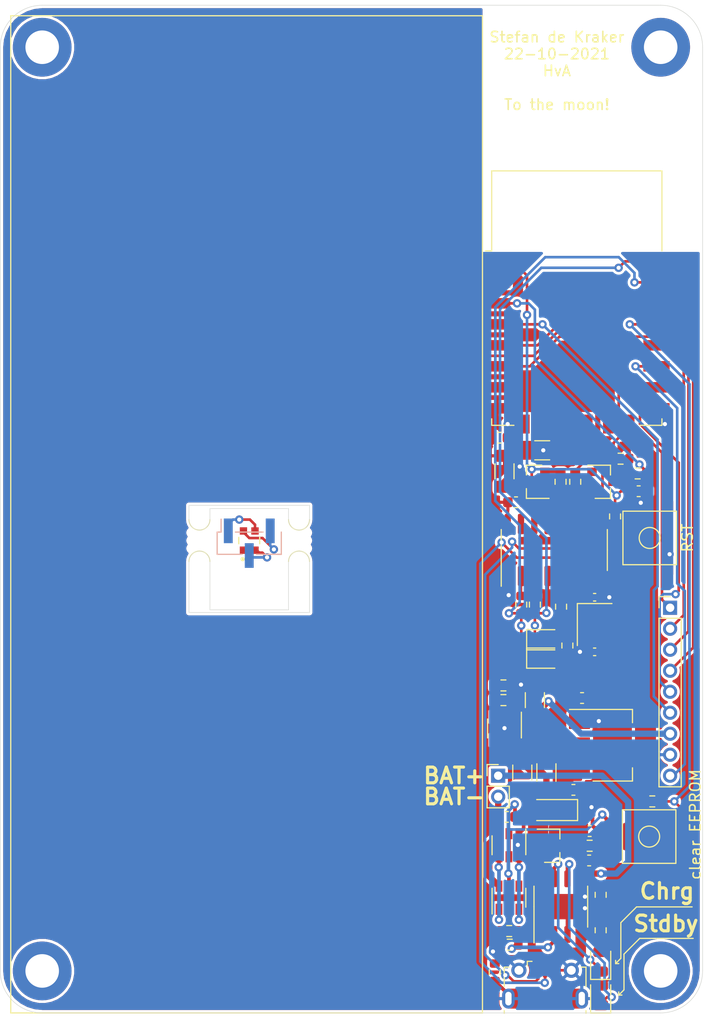
<source format=kicad_pcb>
(kicad_pcb (version 20171130) (host pcbnew "(5.1.10)-1")
  (layers (0 F.Cu signal) (31 B.Cu signal) (34 B.Paste user) (35 F.Paste user) (36 B.SilkS user) (37 F.SilkS user) (38 B.Mask user) (39 F.Mask user) (44 Edge.Cuts user))
  (net 0 "")
  (net 1 GND)
  (net 2 /XI)
  (net 3 /XO)
  (net 4 +3V3)
  (net 5 "Net-(C7-Pad1)")
  (net 6 /RST)
  (net 7 VCC)
  (net 8 +5V)
  (net 9 "Net-(D1-Pad2)")
  (net 10 "Net-(D1-Pad1)")
  (net 11 5VUSB)
  (net 12 "Net-(D3-Pad2)")
  (net 13 "Net-(D3-Pad1)")
  (net 14 /LED)
  (net 15 "Net-(D5-Pad2)")
  (net 16 /TX)
  (net 17 "Net-(D6-Pad2)")
  (net 18 /RX)
  (net 19 /D+)
  (net 20 "Net-(J1-Pad4)")
  (net 21 /D-)
  (net 22 /D3)
  (net 23 /D6)
  (net 24 /D7)
  (net 25 /D5)
  (net 26 /D8)
  (net 27 /D0)
  (net 28 "Net-(Q2-Pad2)")
  (net 29 "Net-(Q2-Pad1)")
  (net 30 /EN)
  (net 31 "Net-(R5-Pad1)")
  (net 32 "Net-(IC1-Pad2)")
  (net 33 "Net-(R7-Pad2)")
  (net 34 /DTR)
  (net 35 /RTS)
  (net 36 "Net-(R10-Pad2)")
  (net 37 "Net-(U1-Pad20)")
  (net 38 "Net-(U1-Pad14)")
  (net 39 "Net-(U1-Pad13)")
  (net 40 "Net-(U1-Pad11)")
  (net 41 "Net-(U1-Pad10)")
  (net 42 "Net-(U1-Pad9)")
  (net 43 "Net-(U1-Pad2)")
  (net 44 "Net-(U3-Pad15)")
  (net 45 "Net-(U3-Pad12)")
  (net 46 "Net-(U3-Pad11)")
  (net 47 "Net-(U3-Pad10)")
  (net 48 "Net-(U3-Pad9)")
  (net 49 "Net-(IC1-Pad4)")
  (net 50 /OC)
  (net 51 /OD)
  (net 52 "Net-(Q1-Pad2)")
  (net 53 "Net-(C7-Pad2)")
  (net 54 "Net-(C8-Pad1)")
  (net 55 "Net-(U1-Pad12)")
  (net 56 /5V_)
  (net 57 /LED_)
  (net 58 /GND_)
  (net 59 "Net-(R16-Pad1)")
  (net 60 "Net-(U4-Pad6)")
  (net 61 "Net-(D4-Pad1)")
  (net 62 /GPIO4)
  (module MountingEquipment:mouse-bite-2mm-slot (layer F.Cu) (at 104 85 90)
    (fp_text reference mouse-bite-2mm-slot hide)
    (fp_text value VAL** hide)
    (pad "" np_thru_hole circle (at 0 -0.75 90) (size 0.5 0.5) (drill 0.5) (layers *.Cu *.Mask))
    (pad "" np_thru_hole circle (at 0 0.75 90) (size 0.5 0.5) (drill 0.5) (layers *.Cu *.Mask))
    (pad "" np_thru_hole circle (at 0.75 -0.75 90) (size 0.5 0.5) (drill 0.5) (layers *.Cu *.Mask))
    (pad "" np_thru_hole circle (at -0.75 -0.75 90) (size 0.5 0.5) (drill 0.5) (layers *.Cu *.Mask))
    (pad "" np_thru_hole circle (at -0.75 0.75 90) (size 0.5 0.5) (drill 0.5) (layers *.Cu *.Mask))
    (pad "" np_thru_hole circle (at 0.75 0.75 90) (size 0.5 0.5) (drill 0.5) (layers *.Cu *.Mask))
  )
  (module MountingEquipment:mouse-bite-2mm-slot (layer F.Cu) (at 113.5 85 90)
    (fp_text reference mouse-bite-2mm-slot hide)
    (fp_text value VAL** hide)
    (pad "" np_thru_hole circle (at 0 -0.75 90) (size 0.5 0.5) (drill 0.5) (layers *.Cu *.Mask))
    (pad "" np_thru_hole circle (at 0 0.75 90) (size 0.5 0.5) (drill 0.5) (layers *.Cu *.Mask))
    (pad "" np_thru_hole circle (at 0.75 -0.75 90) (size 0.5 0.5) (drill 0.5) (layers *.Cu *.Mask))
    (pad "" np_thru_hole circle (at -0.75 -0.75 90) (size 0.5 0.5) (drill 0.5) (layers *.Cu *.Mask))
    (pad "" np_thru_hole circle (at -0.75 0.75 90) (size 0.5 0.5) (drill 0.5) (layers *.Cu *.Mask))
    (pad "" np_thru_hole circle (at 0.75 0.75 90) (size 0.5 0.5) (drill 0.5) (layers *.Cu *.Mask))
  )
  (module Button_Switch_SMD:TS-1187A-B-A-B (layer F.Cu) (at 146.9 113.2)
    (fp_text reference SW2 hide)
    (fp_text value SW_Push)
    (pad 4 smd rect (at -3 -1.875) (size 1 0.75) (layers F.Cu F.Paste F.Mask))
    (pad 2 smd rect (at -3 1.875) (size 1 0.75) (layers F.Cu F.Paste F.Mask) (net 1 GND))
    (pad 3 smd rect (at 3 1.875) (size 1 0.75) (layers F.Cu F.Paste F.Mask))
    (pad 1 smd rect (at 3 -1.875) (size 1 0.75) (layers F.Cu F.Paste F.Mask) (net 62 /GPIO4))
  )
  (module Resistor_SMD:R_0603_1608Metric (layer F.Cu) (at 147.2 109.85 180)
    (fp_text reference R18 hide)
    (fp_text value 10K)
    (pad 2 smd roundrect (at 0.825 0 180) (size 0.8 0.95) (layers F.Cu F.Paste F.Mask) (net 4 +3V3))
    (pad 1 smd roundrect (at -0.825 0 180) (size 0.8 0.95) (layers F.Cu F.Paste F.Mask) (net 62 /GPIO4))
  )
  (module LED_SMD:WS2812-2020 (layer F.Cu) (at 108.75 85 90)
    (fp_text reference D4 hide)
    (fp_text value WS2812B)
    (pad 3 smd rect (at 0.915 0.55 90) (size 0.7 0.7) (layers F.Cu F.Paste F.Mask) (net 57 /LED_))
    (pad 4 smd rect (at 0.915 -0.55 90) (size 0.7 0.7) (layers F.Cu F.Paste F.Mask) (net 56 /5V_))
    (pad 1 smd rect (at -0.915 -0.55 90) (size 0.7 0.7) (layers F.Cu F.Paste F.Mask) (net 61 "Net-(D4-Pad1)"))
    (pad 2 smd rect (at -0.915 0.55 90) (size 0.7 0.7) (layers F.Cu F.Paste F.Mask) (net 58 /GND_))
  )
  (module LED_SMD:LED_0805_2012Metric (layer F.Cu) (at 136.9 96.2)
    (fp_text reference D6 hide)
    (fp_text value Yellow)
    (pad 2 smd roundrect (at 0.9375 0) (size 0.975 1.4) (layers F.Cu F.Paste F.Mask) (net 17 "Net-(D6-Pad2)"))
    (pad 1 smd roundrect (at -0.9375 0) (size 0.975 1.4) (layers F.Cu F.Paste F.Mask) (net 18 /RX))
  )
  (module LED_SMD:LED_0805_2012Metric (layer F.Cu) (at 136.9 94.45)
    (fp_text reference D5 hide)
    (fp_text value Blue)
    (pad 2 smd roundrect (at 0.9375 0) (size 0.975 1.4) (layers F.Cu F.Paste F.Mask) (net 15 "Net-(D5-Pad2)"))
    (pad 1 smd roundrect (at -0.9375 0) (size 0.975 1.4) (layers F.Cu F.Paste F.Mask) (net 16 /TX))
  )
  (module LED_SMD:LED_0805_2012Metric (layer F.Cu) (at 142.275 125.125 90)
    (fp_text reference D3 hide)
    (fp_text value Yellow)
    (pad 2 smd roundrect (at 0.9375 0 90) (size 0.975 1.4) (layers F.Cu F.Paste F.Mask) (net 12 "Net-(D3-Pad2)"))
    (pad 1 smd roundrect (at -0.9375 0 90) (size 0.975 1.4) (layers F.Cu F.Paste F.Mask) (net 13 "Net-(D3-Pad1)"))
  )
  (module LED_SMD:LED_0805_2012Metric (layer F.Cu) (at 142.275 128.325 90)
    (fp_text reference D1 hide)
    (fp_text value Blue)
    (pad 2 smd roundrect (at 0.9375 0 90) (size 0.975 1.4) (layers F.Cu F.Paste F.Mask) (net 9 "Net-(D1-Pad2)"))
    (pad 1 smd roundrect (at -0.9375 0 90) (size 0.975 1.4) (layers F.Cu F.Paste F.Mask) (net 10 "Net-(D1-Pad1)"))
  )
  (module Connector_PinHeader_2.00mm:PinHeader_1x09_P2.00mm_Vertical (layer F.Cu) (at 148.9 91.4)
    (fp_text reference J3 hide)
    (fp_text value Conn_01x09_Male)
    (pad 9 thru_hole oval (at 0 16) (size 1.35 1.35) (drill 0.8) (layers *.Cu *.Mask) (net 14 /LED))
    (pad 8 thru_hole oval (at 0 14) (size 1.35 1.35) (drill 0.8) (layers *.Cu *.Mask) (net 1 GND))
    (pad 7 thru_hole oval (at 0 12) (size 1.35 1.35) (drill 0.8) (layers *.Cu *.Mask) (net 8 +5V))
    (pad 6 thru_hole oval (at 0 10) (size 1.35 1.35) (drill 0.8) (layers *.Cu *.Mask) (net 27 /D0))
    (pad 5 thru_hole oval (at 0 8) (size 1.35 1.35) (drill 0.8) (layers *.Cu *.Mask) (net 26 /D8))
    (pad 4 thru_hole oval (at 0 6) (size 1.35 1.35) (drill 0.8) (layers *.Cu *.Mask) (net 25 /D5))
    (pad 3 thru_hole oval (at 0 4) (size 1.35 1.35) (drill 0.8) (layers *.Cu *.Mask) (net 24 /D7))
    (pad 2 thru_hole oval (at 0 2) (size 1.35 1.35) (drill 0.8) (layers *.Cu *.Mask) (net 23 /D6))
    (pad 1 thru_hole rect (at 0 0) (size 1.35 1.35) (drill 0.8) (layers *.Cu *.Mask) (net 22 /D3))
  )
  (module Inductor_SMD:L_1206_3216Metric (layer F.Cu) (at 137.1 107.1 90)
    (fp_text reference L1 hide)
    (fp_text value 10uh)
    (pad 2 smd roundrect (at 1.575 0 90) (size 1.05 1.9) (layers F.Cu F.Paste F.Mask) (roundrect_rratio 0.2380942857142857) (net 8 +5V))
    (pad 1 smd roundrect (at -1.575 0 90) (size 1.05 1.9) (layers F.Cu F.Paste F.Mask) (roundrect_rratio 0.2380942857142857) (net 7 VCC))
  )
  (module Package_TO_SOT_SMD:SOT-223-3_TabPin2 (layer F.Cu) (at 143.4 104.5)
    (fp_text reference U5 hide)
    (fp_text value AMS1117-3.3)
    (pad 1 smd rect (at -3.15 -2.3) (size 2 1.5) (layers F.Cu F.Paste F.Mask) (net 1 GND))
    (pad 3 smd rect (at -3.15 2.3) (size 2 1.5) (layers F.Cu F.Paste F.Mask) (net 7 VCC))
    (pad 2 smd rect (at -3.15 0) (size 2 1.5) (layers F.Cu F.Paste F.Mask) (net 4 +3V3))
    (pad 2 smd rect (at 3.15 0) (size 2 3.8) (layers F.Cu F.Paste F.Mask) (net 4 +3V3))
  )
  (module Package_TO_SOT_SMD:SOT-23-6 (layer F.Cu) (at 133.1 102.9 270)
    (fp_text reference U4 hide)
    (fp_text value MT3608)
    (pad 5 smd rect (at 1.1 0 270) (size 1.06 0.65) (layers F.Cu F.Paste F.Mask) (net 7 VCC))
    (pad 6 smd rect (at 1.1 -0.95 270) (size 1.06 0.65) (layers F.Cu F.Paste F.Mask) (net 60 "Net-(U4-Pad6)"))
    (pad 4 smd rect (at 1.1 0.95 270) (size 1.06 0.65) (layers F.Cu F.Paste F.Mask) (net 7 VCC))
    (pad 3 smd rect (at -1.1 0.95 270) (size 1.06 0.65) (layers F.Cu F.Paste F.Mask) (net 59 "Net-(R16-Pad1)"))
    (pad 2 smd rect (at -1.1 0 270) (size 1.06 0.65) (layers F.Cu F.Paste F.Mask) (net 1 GND))
    (pad 1 smd rect (at -1.1 -0.95 270) (size 1.06 0.65) (layers F.Cu F.Paste F.Mask) (net 8 +5V))
  )
  (module Capacitor_SMD:C_0603_1608Metric (layer F.Cu) (at 140.5 100 180)
    (fp_text reference C13 hide)
    (fp_text value 1uf)
    (pad 2 smd roundrect (at 0.775 0 180) (size 0.9 0.95) (layers F.Cu F.Paste F.Mask) (net 1 GND))
    (pad 1 smd roundrect (at -0.775 0 180) (size 0.9 0.95) (layers F.Cu F.Paste F.Mask) (net 4 +3V3))
  )
  (module MountingHole:MountingHole_2.1mm (layer F.Cu) (at 108.75 89.35)
    (fp_text reference H6 hide)
    (fp_text value MountingHole)
    (pad "" np_thru_hole circle (at 0 0) (size 2.1 2.1) (drill 2.1) (layers *.Cu *.Mask))
  )
  (module Button_Switch_SMD:TS-1187A-B-A-B (layer F.Cu) (at 146.95 84.75 90)
    (fp_text reference SW1 hide)
    (fp_text value SW_Push)
    (pad 4 smd rect (at -3 -1.875 90) (size 1 0.75) (layers F.Cu F.Paste F.Mask))
    (pad 2 smd rect (at -3 1.875 90) (size 1 0.75) (layers F.Cu F.Paste F.Mask) (net 1 GND))
    (pad 3 smd rect (at 3 1.875 90) (size 1 0.75) (layers F.Cu F.Paste F.Mask))
    (pad 1 smd rect (at 3 -1.875 90) (size 1 0.75) (layers F.Cu F.Paste F.Mask) (net 6 /RST))
  )
  (module Connector_PinHeader_2.00mm:PinHeader_1x03_P2.00mm_Vertical_SMD_Pin1Left (layer B.Cu) (at 108.75 85.25 270)
    (fp_text reference J4 hide)
    (fp_text value Conn_01x03_Female hide)
    (pad 2 smd rect (at 1.175 0 270) (size 2.35 0.85) (layers B.Cu B.Paste B.Mask) (net 58 /GND_))
    (pad 3 smd rect (at -1.175 -2 270) (size 2.35 0.85) (layers B.Cu B.Paste B.Mask) (net 56 /5V_))
    (pad 1 smd rect (at -1.175 2 270) (size 2.35 0.85) (layers B.Cu B.Paste B.Mask) (net 57 /LED_))
  )
  (module MountingHole:MountingHole_3.2mm_M3_DIN965_Pad (layer F.Cu) (at 89 126)
    (fp_text reference H4 hide)
    (fp_text value MountingHole)
    (pad 1 thru_hole circle (at 0 0) (size 5.6 5.6) (drill 3.2) (layers *.Cu *.Mask))
  )
  (module MountingHole:MountingHole_3.2mm_M3_DIN965_Pad (layer F.Cu) (at 89 38)
    (fp_text reference H3 hide)
    (fp_text value MountingHole)
    (pad 1 thru_hole circle (at 0 0) (size 5.6 5.6) (drill 3.2) (layers *.Cu *.Mask))
  )
  (module MountingHole:MountingHole_3.2mm_M3_DIN965_Pad (layer F.Cu) (at 148 126)
    (fp_text reference H2 hide)
    (fp_text value MountingHole)
    (pad 1 thru_hole circle (at 0 0) (size 5.6 5.6) (drill 3.2) (layers *.Cu *.Mask))
  )
  (module MountingHole:MountingHole_3.2mm_M3_DIN965_Pad (layer F.Cu) (at 148 38)
    (fp_text reference H1 hide)
    (fp_text value MountingHole)
    (pad 1 thru_hole circle (at 0 0) (size 5.6 5.6) (drill 3.2) (layers *.Cu *.Mask))
  )
  (module Package_TO_SOT_SMD:SOT-23-6 (layer F.Cu) (at 133.525 114.025 270)
    (fp_text reference Q1 hide)
    (fp_text value FS8205)
    (pad 1 smd rect (at -1.1 -0.95 270) (size 1.06 0.65) (layers F.Cu F.Paste F.Mask) (net 1 GND))
    (pad 2 smd rect (at -1.1 0 270) (size 1.06 0.65) (layers F.Cu F.Paste F.Mask) (net 52 "Net-(Q1-Pad2)"))
    (pad 3 smd rect (at -1.1 0.95 270) (size 1.06 0.65) (layers F.Cu F.Paste F.Mask) (net 53 "Net-(C7-Pad2)"))
    (pad 4 smd rect (at 1.1 0.95 270) (size 1.06 0.65) (layers F.Cu F.Paste F.Mask) (net 51 /OD))
    (pad 6 smd rect (at 1.1 -0.95 270) (size 1.06 0.65) (layers F.Cu F.Paste F.Mask) (net 50 /OC))
    (pad 5 smd rect (at 1.1 0 270) (size 1.06 0.65) (layers F.Cu F.Paste F.Mask) (net 52 "Net-(Q1-Pad2)"))
  )
  (module Package_TO_SOT_SMD:SOT-23-6 (layer F.Cu) (at 133.525 119.025 90)
    (fp_text reference IC1 hide)
    (fp_text value DW01A)
    (pad 5 smd rect (at 1.1 0 90) (size 1.06 0.65) (layers F.Cu F.Paste F.Mask) (net 5 "Net-(C7-Pad1)"))
    (pad 6 smd rect (at 1.1 -0.95 90) (size 1.06 0.65) (layers F.Cu F.Paste F.Mask) (net 53 "Net-(C7-Pad2)"))
    (pad 4 smd rect (at 1.1 0.95 90) (size 1.06 0.65) (layers F.Cu F.Paste F.Mask) (net 49 "Net-(IC1-Pad4)"))
    (pad 3 smd rect (at -1.1 0.95 90) (size 1.06 0.65) (layers F.Cu F.Paste F.Mask) (net 50 /OC))
    (pad 2 smd rect (at -1.1 0 90) (size 1.06 0.65) (layers F.Cu F.Paste F.Mask) (net 32 "Net-(IC1-Pad2)"))
    (pad 1 smd rect (at -1.1 -0.95 90) (size 1.06 0.65) (layers F.Cu F.Paste F.Mask) (net 51 /OD))
  )
  (module Crystal:Crystal_SMD_TXC_7M-4Pin_3.2x2.5mm (layer F.Cu) (at 141.7 93 270)
    (fp_text reference Y1 hide)
    (fp_text value 12MHz)
    (pad 4 smd rect (at -1.1 -0.85 270) (size 1.4 1.2) (layers F.Cu F.Paste F.Mask) (net 1 GND))
    (pad 3 smd rect (at 1.1 -0.85 270) (size 1.4 1.2) (layers F.Cu F.Paste F.Mask) (net 3 /XO))
    (pad 2 smd rect (at 1.1 0.85 270) (size 1.4 1.2) (layers F.Cu F.Paste F.Mask) (net 1 GND))
    (pad 1 smd rect (at -1.1 0.85 270) (size 1.4 1.2) (layers F.Cu F.Paste F.Mask) (net 2 /XI))
  )
  (module Package_SO:SOIC-16_3.9x9.9mm_P1.27mm (layer F.Cu) (at 137.85 85.9 90)
    (fp_text reference U3 hide)
    (fp_text value CH340G)
    (pad 16 smd roundrect (at 2.475 -4.445 90) (size 1.95 0.6) (layers F.Cu F.Paste F.Mask) (net 4 +3V3))
    (pad 15 smd roundrect (at 2.475 -3.175 90) (size 1.95 0.6) (layers F.Cu F.Paste F.Mask) (net 44 "Net-(U3-Pad15)"))
    (pad 14 smd roundrect (at 2.475 -1.905 90) (size 1.95 0.6) (layers F.Cu F.Paste F.Mask) (net 35 /RTS))
    (pad 13 smd roundrect (at 2.475 -0.635 90) (size 1.95 0.6) (layers F.Cu F.Paste F.Mask) (net 34 /DTR))
    (pad 12 smd roundrect (at 2.475 0.635 90) (size 1.95 0.6) (layers F.Cu F.Paste F.Mask) (net 45 "Net-(U3-Pad12)"))
    (pad 11 smd roundrect (at 2.475 1.905 90) (size 1.95 0.6) (layers F.Cu F.Paste F.Mask) (net 46 "Net-(U3-Pad11)"))
    (pad 10 smd roundrect (at 2.475 3.175 90) (size 1.95 0.6) (layers F.Cu F.Paste F.Mask) (net 47 "Net-(U3-Pad10)"))
    (pad 9 smd roundrect (at 2.475 4.445 90) (size 1.95 0.6) (layers F.Cu F.Paste F.Mask) (net 48 "Net-(U3-Pad9)"))
    (pad 8 smd roundrect (at -2.475 4.445 90) (size 1.95 0.6) (layers F.Cu F.Paste F.Mask) (net 3 /XO))
    (pad 7 smd roundrect (at -2.475 3.175 90) (size 1.95 0.6) (layers F.Cu F.Paste F.Mask) (net 2 /XI))
    (pad 6 smd roundrect (at -2.475 1.905 90) (size 1.95 0.6) (layers F.Cu F.Paste F.Mask) (net 21 /D-))
    (pad 5 smd roundrect (at -2.475 0.635 90) (size 1.95 0.6) (layers F.Cu F.Paste F.Mask) (net 19 /D+))
    (pad 4 smd roundrect (at -2.475 -0.635 90) (size 1.95 0.6) (layers F.Cu F.Paste F.Mask) (net 4 +3V3))
    (pad 3 smd roundrect (at -2.475 -1.905 90) (size 1.95 0.6) (layers F.Cu F.Paste F.Mask) (net 36 "Net-(R10-Pad2)"))
    (pad 2 smd roundrect (at -2.475 -3.175 90) (size 1.95 0.6) (layers F.Cu F.Paste F.Mask) (net 33 "Net-(R7-Pad2)"))
    (pad 1 smd roundrect (at -2.475 -4.445 90) (size 1.95 0.6) (layers F.Cu F.Paste F.Mask) (net 1 GND))
  )
  (module Package_SO:HSOP-8-1EP_3.9x4.9mm_P1.27mm_EP2.41x3.1mm (layer F.Cu) (at 138.475 119.875 90)
    (fp_text reference U2 hide)
    (fp_text value TP4056)
    (pad 1 smd roundrect (at -2.65 -1.905 90) (size 1.6 0.6) (layers F.Cu F.Paste F.Mask) (net 1 GND))
    (pad 2 smd roundrect (at -2.65 -0.635 90) (size 1.6 0.6) (layers F.Cu F.Paste F.Mask) (net 31 "Net-(R5-Pad1)"))
    (pad 3 smd roundrect (at -2.65 0.635 90) (size 1.6 0.6) (layers F.Cu F.Paste F.Mask) (net 1 GND))
    (pad 4 smd roundrect (at -2.65 1.905 90) (size 1.6 0.6) (layers F.Cu F.Paste F.Mask) (net 11 5VUSB))
    (pad 5 smd roundrect (at 2.65 1.905 90) (size 1.6 0.6) (layers F.Cu F.Paste F.Mask) (net 54 "Net-(C8-Pad1)"))
    (pad 6 smd roundrect (at 2.65 0.635 90) (size 1.6 0.6) (layers F.Cu F.Paste F.Mask) (net 10 "Net-(D1-Pad1)"))
    (pad 7 smd roundrect (at 2.65 -0.635 90) (size 1.6 0.6) (layers F.Cu F.Paste F.Mask) (net 13 "Net-(D3-Pad1)"))
    (pad 8 smd roundrect (at 2.65 -1.905 90) (size 1.6 0.6) (layers F.Cu F.Paste F.Mask) (net 11 5VUSB))
    (pad 9 smd rect (at 0 0 90) (size 2.41 3.1) (layers F.Cu F.Mask) (net 1 GND))
  )
  (module RF_Module:ESP-12E (layer F.Cu) (at 140 61.9)
    (fp_text reference U1 hide)
    (fp_text value ESP-12E)
    (pad 22 smd rect (at 7.6 -3.5) (size 2.5 1) (layers F.Cu F.Paste F.Mask) (net 16 /TX))
    (pad 21 smd rect (at 7.6 -1.5) (size 2.5 1) (layers F.Cu F.Paste F.Mask) (net 18 /RX))
    (pad 20 smd rect (at 7.6 0.5) (size 2.5 1) (layers F.Cu F.Paste F.Mask) (net 37 "Net-(U1-Pad20)"))
    (pad 19 smd rect (at 7.6 2.5) (size 2.5 1) (layers F.Cu F.Paste F.Mask) (net 62 /GPIO4))
    (pad 18 smd rect (at 7.6 4.5) (size 2.5 1) (layers F.Cu F.Paste F.Mask) (net 22 /D3))
    (pad 17 smd rect (at 7.6 6.5) (size 2.5 1) (layers F.Cu F.Paste F.Mask) (net 14 /LED))
    (pad 16 smd rect (at 7.6 8.5) (size 2.5 1) (layers F.Cu F.Paste F.Mask) (net 26 /D8))
    (pad 15 smd rect (at 7.6 10.5) (size 2.5 1) (layers F.Cu F.Paste F.Mask) (net 1 GND))
    (pad 14 smd rect (at 5 12) (size 1 1.8) (layers F.Cu F.Paste F.Mask) (net 38 "Net-(U1-Pad14)"))
    (pad 13 smd rect (at 3 12) (size 1 1.8) (layers F.Cu F.Paste F.Mask) (net 39 "Net-(U1-Pad13)"))
    (pad 12 smd rect (at 1 12) (size 1 1.8) (layers F.Cu F.Paste F.Mask) (net 55 "Net-(U1-Pad12)"))
    (pad 11 smd rect (at -1 12) (size 1 1.8) (layers F.Cu F.Paste F.Mask) (net 40 "Net-(U1-Pad11)"))
    (pad 10 smd rect (at -3 12) (size 1 1.8) (layers F.Cu F.Paste F.Mask) (net 41 "Net-(U1-Pad10)"))
    (pad 9 smd rect (at -5 12) (size 1 1.8) (layers F.Cu F.Paste F.Mask) (net 42 "Net-(U1-Pad9)"))
    (pad 8 smd rect (at -7.6 10.5) (size 2.5 1) (layers F.Cu F.Paste F.Mask) (net 4 +3V3))
    (pad 7 smd rect (at -7.6 8.5) (size 2.5 1) (layers F.Cu F.Paste F.Mask) (net 24 /D7))
    (pad 6 smd rect (at -7.6 6.5) (size 2.5 1) (layers F.Cu F.Paste F.Mask) (net 23 /D6))
    (pad 5 smd rect (at -7.6 4.5) (size 2.5 1) (layers F.Cu F.Paste F.Mask) (net 25 /D5))
    (pad 4 smd rect (at -7.6 2.5) (size 2.5 1) (layers F.Cu F.Paste F.Mask) (net 27 /D0))
    (pad 3 smd rect (at -7.6 0.5) (size 2.5 1) (layers F.Cu F.Paste F.Mask) (net 30 /EN))
    (pad 2 smd rect (at -7.6 -1.5) (size 2.5 1) (layers F.Cu F.Paste F.Mask) (net 43 "Net-(U1-Pad2)"))
    (pad 1 smd rect (at -7.6 -3.5) (size 2.5 1) (layers F.Cu F.Paste F.Mask) (net 6 /RST))
  )
  (module Resistor_SMD:R_0603_1608Metric (layer F.Cu) (at 133 98.8 180)
    (fp_text reference R17 hide)
    (fp_text value 8.2K)
    (pad 2 smd roundrect (at 0.825 0 180) (size 0.8 0.95) (layers F.Cu F.Paste F.Mask) (net 59 "Net-(R16-Pad1)"))
    (pad 1 smd roundrect (at -0.825 0 180) (size 0.8 0.95) (layers F.Cu F.Paste F.Mask) (net 1 GND))
  )
  (module Resistor_SMD:R_0603_1608Metric (layer F.Cu) (at 133 100.2)
    (fp_text reference R16 hide)
    (fp_text value 62K)
    (pad 2 smd roundrect (at 0.825 0) (size 0.8 0.95) (layers F.Cu F.Paste F.Mask) (net 8 +5V))
    (pad 1 smd roundrect (at -0.825 0) (size 0.8 0.95) (layers F.Cu F.Paste F.Mask) (net 59 "Net-(R16-Pad1)"))
  )
  (module Resistor_SMD:R_0603_1608Metric (layer F.Cu) (at 132.175 126.125 270)
    (fp_text reference R15 hide)
    (fp_text value 100K)
    (pad 2 smd roundrect (at 0.825 0 270) (size 0.8 0.95) (layers F.Cu F.Paste F.Mask) (net 1 GND))
    (pad 1 smd roundrect (at -0.825 0 270) (size 0.8 0.95) (layers F.Cu F.Paste F.Mask) (net 11 5VUSB))
  )
  (module Resistor_SMD:R_0603_1608Metric (layer F.Cu) (at 144.175 77.2)
    (fp_text reference R14 hide)
    (fp_text value 10K)
    (pad 2 smd roundrect (at 0.825 0) (size 0.8 0.95) (layers F.Cu F.Paste F.Mask) (net 4 +3V3))
    (pad 1 smd roundrect (at -0.825 0) (size 0.8 0.95) (layers F.Cu F.Paste F.Mask) (net 22 /D3))
  )
  (module Resistor_SMD:R_0603_1608Metric (layer F.Cu) (at 139.1 95 90)
    (fp_text reference R13 hide)
    (fp_text value 2K)
    (pad 2 smd roundrect (at 0.825 0 90) (size 0.8 0.95) (layers F.Cu F.Paste F.Mask) (net 4 +3V3))
    (pad 1 smd roundrect (at -0.825 0 90) (size 0.8 0.95) (layers F.Cu F.Paste F.Mask) (net 17 "Net-(D6-Pad2)"))
  )
  (module Resistor_SMD:R_0603_1608Metric (layer F.Cu) (at 138.5 91.3 90)
    (fp_text reference R12 hide)
    (fp_text value 2K)
    (pad 2 smd roundrect (at 0.825 0 90) (size 0.8 0.95) (layers F.Cu F.Paste F.Mask) (net 4 +3V3))
    (pad 1 smd roundrect (at -0.825 0 90) (size 0.8 0.95) (layers F.Cu F.Paste F.Mask) (net 15 "Net-(D5-Pad2)"))
  )
  (module Resistor_SMD:R_0603_1608Metric (layer F.Cu) (at 141.225 114.075 180)
    (fp_text reference R11 hide)
    (fp_text value 100)
    (pad 2 smd roundrect (at 0.825 0 180) (size 0.8 0.95) (layers F.Cu F.Paste F.Mask) (net 54 "Net-(C8-Pad1)"))
    (pad 1 smd roundrect (at -0.825 0 180) (size 0.8 0.95) (layers F.Cu F.Paste F.Mask) (net 5 "Net-(C7-Pad1)"))
  )
  (module Resistor_SMD:R_0603_1608Metric (layer F.Cu) (at 136 91.1 90)
    (fp_text reference R10 hide)
    (fp_text value 470)
    (pad 2 smd roundrect (at 0.825 0 90) (size 0.8 0.95) (layers F.Cu F.Paste F.Mask) (net 36 "Net-(R10-Pad2)"))
    (pad 1 smd roundrect (at -0.825 0 90) (size 0.8 0.95) (layers F.Cu F.Paste F.Mask) (net 16 /TX))
  )
  (module Resistor_SMD:R_0603_1608Metric (layer F.Cu) (at 138.45 79.4 270)
    (fp_text reference R9 hide)
    (fp_text value 10K)
    (pad 2 smd roundrect (at 0.825 0 270) (size 0.8 0.95) (layers F.Cu F.Paste F.Mask) (net 35 /RTS))
    (pad 1 smd roundrect (at -0.825 0 270) (size 0.8 0.95) (layers F.Cu F.Paste F.Mask) (net 28 "Net-(Q2-Pad2)"))
  )
  (module Resistor_SMD:R_0603_1608Metric (layer F.Cu) (at 139.85 79.4 90)
    (fp_text reference R8 hide)
    (fp_text value 10K)
    (pad 2 smd roundrect (at 0.825 0 90) (size 0.8 0.95) (layers F.Cu F.Paste F.Mask) (net 34 /DTR))
    (pad 1 smd roundrect (at -0.825 0 90) (size 0.8 0.95) (layers F.Cu F.Paste F.Mask) (net 29 "Net-(Q2-Pad1)"))
  )
  (module Resistor_SMD:R_0603_1608Metric (layer F.Cu) (at 134.7 91.1 90)
    (fp_text reference R7 hide)
    (fp_text value 470)
    (pad 2 smd roundrect (at 0.825 0 90) (size 0.8 0.95) (layers F.Cu F.Paste F.Mask) (net 33 "Net-(R7-Pad2)"))
    (pad 1 smd roundrect (at -0.825 0 90) (size 0.8 0.95) (layers F.Cu F.Paste F.Mask) (net 18 /RX))
  )
  (module Resistor_SMD:R_0603_1608Metric (layer F.Cu) (at 133.55 122.2 180)
    (fp_text reference R6 hide)
    (fp_text value 1K)
    (pad 2 smd roundrect (at 0.825 0 180) (size 0.8 0.95) (layers F.Cu F.Paste F.Mask) (net 32 "Net-(IC1-Pad2)"))
    (pad 1 smd roundrect (at -0.825 0 180) (size 0.8 0.95) (layers F.Cu F.Paste F.Mask) (net 1 GND))
  )
  (module Resistor_SMD:R_0603_1608Metric (layer F.Cu) (at 133.6 123.5 180)
    (fp_text reference R5 hide)
    (fp_text value 1.2K)
    (pad 1 smd roundrect (at -0.825 0 180) (size 0.8 0.95) (layers F.Cu F.Paste F.Mask) (net 31 "Net-(R5-Pad1)"))
    (pad 2 smd roundrect (at 0.825 0 180) (size 0.8 0.95) (layers F.Cu F.Paste F.Mask) (net 1 GND))
  )
  (module Resistor_SMD:R_0603_1608Metric (layer F.Cu) (at 143.65 82.7 270)
    (fp_text reference R4 hide)
    (fp_text value 10K)
    (pad 2 smd roundrect (at 0.825 0 270) (size 0.8 0.95) (layers F.Cu F.Paste F.Mask) (net 4 +3V3))
    (pad 1 smd roundrect (at -0.825 0 270) (size 0.8 0.95) (layers F.Cu F.Paste F.Mask) (net 6 /RST))
  )
  (module Resistor_SMD:R_0603_1608Metric (layer F.Cu) (at 142.275 122.125 90)
    (fp_text reference R3 hide)
    (fp_text value 1.2K)
    (pad 2 smd roundrect (at 0.825 0 90) (size 0.8 0.95) (layers F.Cu F.Paste F.Mask) (net 12 "Net-(D3-Pad2)"))
    (pad 1 smd roundrect (at -0.825 0 90) (size 0.8 0.95) (layers F.Cu F.Paste F.Mask) (net 11 5VUSB))
  )
  (module Resistor_SMD:R_0603_1608Metric (layer F.Cu) (at 145.8 78.6 180)
    (fp_text reference R2 hide)
    (fp_text value 10K)
    (pad 2 smd roundrect (at 0.825 0 180) (size 0.8 0.95) (layers F.Cu F.Paste F.Mask) (net 4 +3V3))
    (pad 1 smd roundrect (at -0.825 0 180) (size 0.8 0.95) (layers F.Cu F.Paste F.Mask) (net 30 /EN))
  )
  (module Resistor_SMD:R_0603_1608Metric (layer F.Cu) (at 142.275 118.75 90)
    (fp_text reference R1 hide)
    (fp_text value 1.2K)
    (pad 2 smd roundrect (at 0.825 0 90) (size 0.8 0.95) (layers F.Cu F.Paste F.Mask) (net 9 "Net-(D1-Pad2)"))
    (pad 1 smd roundrect (at -0.825 0 90) (size 0.8 0.95) (layers F.Cu F.Paste F.Mask) (net 11 5VUSB))
  )
  (module Package_TO_SOT_SMD:SOT-23 (layer F.Cu) (at 137.625 114.075)
    (fp_text reference Q4 hide)
    (fp_text value AO3401A)
    (pad 3 smd rect (at 1 0) (size 0.9 0.8) (layers F.Cu F.Paste F.Mask) (net 54 "Net-(C8-Pad1)"))
    (pad 2 smd rect (at -1 0.95) (size 0.9 0.8) (layers F.Cu F.Paste F.Mask) (net 7 VCC))
    (pad 1 smd rect (at -1 -0.95) (size 0.9 0.8) (layers F.Cu F.Paste F.Mask) (net 11 5VUSB))
  )
  (module Package_TO_SOT_SMD:SOT-23 (layer F.Cu) (at 142.45 79.4)
    (fp_text reference Q3 hide)
    (fp_text value BC847)
    (pad 3 smd rect (at 1 0) (size 0.9 0.8) (layers F.Cu F.Paste F.Mask) (net 22 /D3))
    (pad 2 smd rect (at -1 0.95) (size 0.9 0.8) (layers F.Cu F.Paste F.Mask) (net 29 "Net-(Q2-Pad1)"))
    (pad 1 smd rect (at -1 -0.95) (size 0.9 0.8) (layers F.Cu F.Paste F.Mask) (net 28 "Net-(Q2-Pad2)"))
  )
  (module Package_TO_SOT_SMD:SOT-23 (layer F.Cu) (at 135.95 79.4 180)
    (fp_text reference Q2 hide)
    (fp_text value BC847)
    (pad 3 smd rect (at 1 0 180) (size 0.9 0.8) (layers F.Cu F.Paste F.Mask) (net 6 /RST))
    (pad 2 smd rect (at -1 0.95 180) (size 0.9 0.8) (layers F.Cu F.Paste F.Mask) (net 28 "Net-(Q2-Pad2)"))
    (pad 1 smd rect (at -1 -0.95 180) (size 0.9 0.8) (layers F.Cu F.Paste F.Mask) (net 29 "Net-(Q2-Pad1)"))
  )
  (module Connector_PinHeader_2.00mm:PinHeader_1x02_P2.00mm_Vertical (layer F.Cu) (at 132.5 107.4)
    (fp_text reference J2 hide)
    (fp_text value "connector lipo")
    (pad 2 thru_hole oval (at 0 2) (size 1.35 1.35) (drill 0.8) (layers *.Cu *.Mask) (net 53 "Net-(C7-Pad2)"))
    (pad 1 thru_hole rect (at 0 0) (size 1.35 1.35) (drill 0.8) (layers *.Cu *.Mask) (net 54 "Net-(C8-Pad1)"))
  )
  (module Connector_USB:USB_Micro-B_Molex-105017-0001 (layer F.Cu) (at 136.975 127.4)
    (fp_text reference J1 hide)
    (fp_text value USB_B_Micro)
    (pad 6 smd rect (at -2.9 1.2375) (size 1.2 1.9) (layers F.Cu F.Mask) (net 1 GND))
    (pad 6 smd rect (at 2.9 1.2375) (size 1.2 1.9) (layers F.Cu F.Mask) (net 1 GND))
    (pad 6 thru_hole oval (at 3.5 1.2375) (size 1.2 1.9) (drill oval 0.6 1.3) (layers *.Cu *.Mask) (net 1 GND))
    (pad 6 thru_hole oval (at -3.5 1.2375 180) (size 1.2 1.9) (drill oval 0.6 1.3) (layers *.Cu *.Mask) (net 1 GND))
    (pad 6 smd rect (at -1 1.2375) (size 1.5 1.9) (layers F.Cu F.Paste F.Mask) (net 1 GND))
    (pad 6 thru_hole circle (at 2.5 -1.4625) (size 1.45 1.45) (drill 0.85) (layers *.Cu *.Mask) (net 1 GND))
    (pad 3 smd rect (at 0 -1.4625) (size 0.4 1.35) (layers F.Cu F.Paste F.Mask) (net 19 /D+))
    (pad 4 smd rect (at 0.65 -1.4625) (size 0.4 1.35) (layers F.Cu F.Paste F.Mask) (net 20 "Net-(J1-Pad4)"))
    (pad 5 smd rect (at 1.3 -1.4625) (size 0.4 1.35) (layers F.Cu F.Paste F.Mask) (net 1 GND))
    (pad 1 smd rect (at -1.3 -1.4625) (size 0.4 1.35) (layers F.Cu F.Paste F.Mask) (net 11 5VUSB))
    (pad 2 smd rect (at -0.65 -1.4625) (size 0.4 1.35) (layers F.Cu F.Paste F.Mask) (net 21 /D-))
    (pad 6 thru_hole circle (at -2.5 -1.4625) (size 1.45 1.45) (drill 0.85) (layers *.Cu *.Mask) (net 1 GND))
    (pad 6 smd rect (at 1 1.2375) (size 1.5 1.9) (layers F.Cu F.Paste F.Mask) (net 1 GND))
  )
  (module Diode_SMD:D_SOD-123 (layer F.Cu) (at 137.825 110.675 180)
    (fp_text reference D7 hide)
    (fp_text value D_Schottky)
    (pad 2 smd rect (at 1.65 0 180) (size 0.9 1.2) (layers F.Cu F.Paste F.Mask) (net 11 5VUSB))
    (pad 1 smd rect (at -1.65 0 180) (size 0.9 1.2) (layers F.Cu F.Paste F.Mask) (net 7 VCC))
  )
  (module Capacitor_SMD:C_1206_3216Metric (layer F.Cu) (at 136 100.2 90)
    (fp_text reference C14 hide)
    (fp_text value 4.7uf)
    (pad 2 smd roundrect (at 1.475 0 90) (size 1.15 1.8) (layers F.Cu F.Paste F.Mask) (roundrect_rratio 0.2173904347826087) (net 1 GND))
    (pad 1 smd roundrect (at -1.475 0 90) (size 1.15 1.8) (layers F.Cu F.Paste F.Mask) (roundrect_rratio 0.2173904347826087) (net 8 +5V))
  )
  (module Capacitor_SMD:C_0603_1608Metric (layer F.Cu) (at 139.675 108.75)
    (fp_text reference C12 hide)
    (fp_text value 1uf)
    (pad 2 smd roundrect (at 0.775 0) (size 0.9 0.95) (layers F.Cu F.Paste F.Mask) (net 1 GND))
    (pad 1 smd roundrect (at -0.775 0) (size 0.9 0.95) (layers F.Cu F.Paste F.Mask) (net 7 VCC))
  )
  (module Capacitor_SMD:C_1206_3216Metric (layer F.Cu) (at 134.8 107.1 270)
    (fp_text reference C11 hide)
    (fp_text value 4.7uf)
    (pad 2 smd roundrect (at 1.475 0 270) (size 1.15 1.8) (layers F.Cu F.Paste F.Mask) (roundrect_rratio 0.2173904347826087) (net 1 GND))
    (pad 1 smd roundrect (at -1.475 0 270) (size 1.15 1.8) (layers F.Cu F.Paste F.Mask) (roundrect_rratio 0.2173904347826087) (net 7 VCC))
  )
  (module Capacitor_SMD:C_0603_1608Metric (layer F.Cu) (at 141.225 112.675)
    (fp_text reference C10 hide)
    (fp_text value 10uf)
    (pad 2 smd roundrect (at 0.775 0) (size 0.9 0.95) (layers F.Cu F.Paste F.Mask) (net 1 GND))
    (pad 1 smd roundrect (at -0.775 0) (size 0.9 0.95) (layers F.Cu F.Paste F.Mask) (net 7 VCC))
  )
  (module Capacitor_SMD:C_0603_1608Metric (layer F.Cu) (at 145.9 80.3)
    (fp_text reference C9 hide)
    (fp_text value 0.1uf)
    (pad 2 smd roundrect (at 0.775 0) (size 0.9 0.95) (layers F.Cu F.Paste F.Mask) (net 1 GND))
    (pad 1 smd roundrect (at -0.775 0) (size 0.9 0.95) (layers F.Cu F.Paste F.Mask) (net 6 /RST))
  )
  (module Capacitor_SMD:C_0603_1608Metric (layer F.Cu) (at 141.175 115.475)
    (fp_text reference C8 hide)
    (fp_text value 10uf)
    (pad 2 smd roundrect (at 0.775 0) (size 0.9 0.95) (layers F.Cu F.Paste F.Mask) (net 1 GND))
    (pad 1 smd roundrect (at -0.775 0) (size 0.9 0.95) (layers F.Cu F.Paste F.Mask) (net 54 "Net-(C8-Pad1)"))
  )
  (module Capacitor_SMD:C_0603_1608Metric (layer F.Cu) (at 133.325 111.325 180)
    (fp_text reference C7 hide)
    (fp_text value 0.1uf)
    (pad 2 smd roundrect (at 0.775 0 180) (size 0.9 0.95) (layers F.Cu F.Paste F.Mask) (net 53 "Net-(C7-Pad2)"))
    (pad 1 smd roundrect (at -0.775 0 180) (size 0.9 0.95) (layers F.Cu F.Paste F.Mask) (net 5 "Net-(C7-Pad1)"))
  )
  (module Capacitor_SMD:C_1206_3216Metric (layer F.Cu) (at 136.7 76.4)
    (fp_text reference C6 hide)
    (fp_text value 100uf)
    (pad 2 smd roundrect (at 1.475 0) (size 1.15 1.8) (layers F.Cu F.Paste F.Mask) (roundrect_rratio 0.2173904347826087) (net 1 GND))
    (pad 1 smd roundrect (at -1.475 0) (size 1.15 1.8) (layers F.Cu F.Paste F.Mask) (roundrect_rratio 0.2173904347826087) (net 4 +3V3))
  )
  (module Capacitor_SMD:C_1206_3216Metric (layer F.Cu) (at 133.1 78.4 270)
    (fp_text reference C5 hide)
    (fp_text value 100uf)
    (pad 1 smd roundrect (at -1.475 0 270) (size 1.15 1.8) (layers F.Cu F.Paste F.Mask) (roundrect_rratio 0.2173904347826087) (net 4 +3V3))
    (pad 2 smd roundrect (at 1.475 0 270) (size 1.15 1.8) (layers F.Cu F.Paste F.Mask) (roundrect_rratio 0.2173904347826087) (net 1 GND))
  )
  (module Capacitor_SMD:C_0603_1608Metric (layer F.Cu) (at 132.6 75.2)
    (fp_text reference C4 hide)
    (fp_text value 10uf)
    (pad 2 smd roundrect (at 0.775 0) (size 0.9 0.95) (layers F.Cu F.Paste F.Mask) (net 1 GND))
    (pad 1 smd roundrect (at -0.775 0) (size 0.9 0.95) (layers F.Cu F.Paste F.Mask) (net 4 +3V3))
  )
  (module Capacitor_SMD:C_0603_1608Metric (layer F.Cu) (at 134.2 81.35)
    (fp_text reference C3 hide)
    (fp_text value 10uf)
    (pad 2 smd roundrect (at 0.775 0) (size 0.9 0.95) (layers F.Cu F.Paste F.Mask) (net 1 GND))
    (pad 1 smd roundrect (at -0.775 0) (size 0.9 0.95) (layers F.Cu F.Paste F.Mask) (net 4 +3V3))
  )
  (module Capacitor_SMD:C_0402_1005Metric (layer F.Cu) (at 141.7 95.6 180)
    (fp_text reference C2 hide)
    (fp_text value 14pf)
    (pad 2 smd roundrect (at 0.48 0 180) (size 0.56 0.62) (layers F.Cu F.Paste F.Mask) (net 1 GND))
    (pad 1 smd roundrect (at -0.48 0 180) (size 0.56 0.62) (layers F.Cu F.Paste F.Mask) (net 3 /XO))
  )
  (module Capacitor_SMD:C_0402_1005Metric (layer F.Cu) (at 141.7 90.4)
    (fp_text reference C1 hide)
    (fp_text value 14pf)
    (pad 2 smd roundrect (at 0.48 0) (size 0.56 0.62) (layers F.Cu F.Paste F.Mask) (net 1 GND))
    (pad 1 smd roundrect (at -0.48 0) (size 0.56 0.62) (layers F.Cu F.Paste F.Mask) (net 2 /XI))
  )
  (gr_text "clear EEPROM" (at 151.3 112.05 90) (layer F.SilkS) (effects (font (size 1 1))))
  (gr_text "Stefan de Kraker\n22-10-2021\nHvA\n\nTo the moon!" (at 138.1 40.25) (layer F.SilkS) (effects (font (size 1 1))))
  (gr_text RST (at 150.55 84.75 90) (layer F.SilkS) (effects (font (size 1 1))))
  (gr_line (start 145.7 119.9) (end 151 119.9) (layer F.SilkS) (width 0.12))
  (gr_line (start 144.2 121.4) (end 145.7 119.9) (layer F.SilkS) (width 0.12))
  (gr_line (start 143.7 125.3) (end 144 125.3) (layer F.SilkS) (width 0.12))
  (gr_line (start 143.7 125.3) (end 143.7 125) (layer F.SilkS) (width 0.12))
  (gr_line (start 144.2 121.4) (end 144.2 124.8) (layer F.SilkS) (width 0.12))
  (gr_line (start 144.2 124.8) (end 143.7 125.3) (layer F.SilkS) (width 0.12))
  (gr_line (start 144 128.3) (end 144.3 128.3) (layer F.SilkS) (width 0.12))
  (gr_line (start 144 128.3) (end 144 128) (layer F.SilkS) (width 0.12))
  (gr_line (start 144.5 127.8) (end 144 128.3) (layer F.SilkS) (width 0.12))
  (gr_line (start 144.5 124.4) (end 144.5 127.8) (layer F.SilkS) (width 0.12))
  (gr_line (start 146 122.9) (end 144.5 124.4) (layer F.SilkS) (width 0.12))
  (gr_line (start 151.1 122.9) (end 146 122.9) (layer F.SilkS) (width 0.12))
  (gr_text Stdby (at 148.5 121.5) (layer F.SilkS) (effects (font (size 1.5 1.5) (thickness 0.3))))
  (gr_text Chrg (at 148.6 118.4) (layer F.SilkS) (effects (font (size 1.5 1.5) (thickness 0.3))))
  (gr_text BAT- (at 128.3 109.4) (layer F.SilkS) (effects (font (size 1.5 1.5) (thickness 0.3))))
  (gr_text BAT+ (at 128.3 107.4) (layer F.SilkS) (effects (font (size 1.5 1.5) (thickness 0.3))))
  (gr_arc (start 104 83) (end 103 83) (angle -180) (layer Edge.Cuts) (width 0.05))
  (gr_arc (start 104 87) (end 105 87) (angle -180) (layer Edge.Cuts) (width 0.05))
  (gr_line (start 103 87) (end 103 91.85) (layer Edge.Cuts) (width 0.05))
  (gr_line (start 103 83) (end 103 81.65) (layer Edge.Cuts) (width 0.05))
  (gr_line (start 105 83) (end 105 81.95) (layer Edge.Cuts) (width 0.05))
  (gr_line (start 105 87) (end 105 91.6) (layer Edge.Cuts) (width 0.05))
  (gr_arc (start 113.5 87) (end 114.5 87) (angle -180) (layer Edge.Cuts) (width 0.05))
  (gr_line (start 114.5 87) (end 114.5 91.85) (layer Edge.Cuts) (width 0.05))
  (gr_line (start 112.5 91.6) (end 112.5 87) (layer Edge.Cuts) (width 0.05))
  (gr_line (start 112.5 83) (end 112.5 81.95) (layer Edge.Cuts) (width 0.05))
  (gr_line (start 114.5 83) (end 114.5 81.65) (layer Edge.Cuts) (width 0.05))
  (gr_arc (start 113.5 83) (end 112.5 83) (angle -180) (layer Edge.Cuts) (width 0.05))
  (gr_line (start 114.5 91.85) (end 103 91.85) (layer Edge.Cuts) (width 0.05))
  (gr_line (start 103 81.65) (end 114.5 81.65) (layer Edge.Cuts) (width 0.05))
  (gr_line (start 112.5 91.6) (end 105 91.6) (layer Edge.Cuts) (width 0.05))
  (gr_line (start 105 81.95) (end 112.5 81.95) (layer Edge.Cuts) (width 0.05))
  (gr_line (start 89 130) (end 148 130) (layer Edge.Cuts) (width 0.05))
  (gr_line (start 85 126) (end 85 38) (layer Edge.Cuts) (width 0.05))
  (gr_arc (start 89 126) (end 85 126) (angle -90) (layer Edge.Cuts) (width 0.05))
  (gr_line (start 152 126) (end 152 38) (layer Edge.Cuts) (width 0.05))
  (gr_arc (start 148 126) (end 148 130) (angle -90) (layer Edge.Cuts) (width 0.05))
  (gr_line (start 148 34) (end 89 34) (layer Edge.Cuts) (width 0.05))
  (gr_arc (start 89 38) (end 89 34) (angle -90) (layer Edge.Cuts) (width 0.05))
  (gr_arc (start 148 38) (end 152 38) (angle -90) (layer Edge.Cuts) (width 0.05))
  (gr_line (start 86 35) (end 86 130) (layer F.SilkS) (width 0.12))
  (gr_line (start 131 35) (end 86 35) (layer F.SilkS) (width 0.12))
  (gr_line (start 131 130) (end 131 35) (layer F.SilkS) (width 0.12))
  (gr_line (start 86 130) (end 131 130) (layer F.SilkS) (width 0.12))
  (segment (start 136.57 121.78) (end 138.475 119.875) (width 0.35) (layer F.Cu) (net 1))
  (segment (start 136.57 122.525) (end 136.57 121.78) (width 0.35) (layer F.Cu) (net 1))
  (segment (start 139.11 120.51) (end 138.475 119.875) (width 0.35) (layer F.Cu) (net 1))
  (segment (start 139.11 122.525) (end 139.11 120.51) (width 0.35) (layer F.Cu) (net 1))
  (segment (start 141.95 115.475) (end 141.32499 114.84999) (width 0.25) (layer F.Cu) (net 1))
  (segment (start 141.32499 114.84999) (end 141.32499 113.307578) (width 0.25) (layer F.Cu) (net 1))
  (segment (start 141.32499 113.307578) (end 142.05 112.582568) (width 0.25) (layer F.Cu) (net 1))
  (via (at 134.375 113.994998) (size 0.8) (drill 0.4) (layers F.Cu B.Cu) (net 1))
  (segment (start 134.475 113.894998) (end 134.375 113.994998) (width 0.25) (layer F.Cu) (net 1))
  (segment (start 134.475 112.925) (end 134.475 113.894998) (width 0.25) (layer F.Cu) (net 1))
  (via (at 140.775 118.925) (size 0.8) (drill 0.4) (layers F.Cu B.Cu) (net 1))
  (via (at 140.775 120.025) (size 0.8) (drill 0.4) (layers F.Cu B.Cu) (net 1))
  (segment (start 133.6875 128.4625) (end 132.175 126.95) (width 0.35) (layer F.Cu) (net 1))
  (segment (start 134.075 128.4625) (end 133.6875 128.4625) (width 0.35) (layer F.Cu) (net 1))
  (segment (start 134.075 122.2) (end 132.775 123.5) (width 0.35) (layer F.Cu) (net 1))
  (segment (start 134.375 122.2) (end 134.075 122.2) (width 0.35) (layer F.Cu) (net 1))
  (via (at 132 124.15) (size 0.8) (drill 0.4) (layers F.Cu B.Cu) (net 1))
  (segment (start 132.65 123.5) (end 132 124.15) (width 0.35) (layer F.Cu) (net 1))
  (segment (start 132.775 123.5) (end 132.65 123.5) (width 0.35) (layer F.Cu) (net 1))
  (via (at 133.5 90.2) (size 0.8) (drill 0.4) (layers F.Cu B.Cu) (net 1))
  (via (at 140.3 95.6) (size 0.8) (drill 0.4) (layers F.Cu B.Cu) (net 1))
  (via (at 143.1 90.4) (size 0.8) (drill 0.4) (layers F.Cu B.Cu) (net 1))
  (segment (start 142.18 90.4) (end 143.1 90.4) (width 0.25) (layer F.Cu) (net 1))
  (segment (start 140.85 94.1) (end 140.85 94) (width 0.25) (layer F.Cu) (net 1))
  (segment (start 142.55 92.3) (end 142.55 91.9) (width 0.25) (layer F.Cu) (net 1))
  (segment (start 140.85 94) (end 142.55 92.3) (width 0.25) (layer F.Cu) (net 1))
  (segment (start 141.22 94.47) (end 140.85 94.1) (width 0.25) (layer F.Cu) (net 1))
  (segment (start 141.22 95.6) (end 141.22 94.47) (width 0.25) (layer F.Cu) (net 1))
  (segment (start 142.55 91.9) (end 142.55 90.77) (width 0.25) (layer F.Cu) (net 1))
  (segment (start 142.55 90.77) (end 142.18 90.4) (width 0.25) (layer F.Cu) (net 1))
  (segment (start 133.405 88.375) (end 133.405 90.105) (width 0.25) (layer F.Cu) (net 1))
  (segment (start 133.405 90.105) (end 133.5 90.2) (width 0.25) (layer F.Cu) (net 1))
  (segment (start 141.22 95.6) (end 140.3 95.6) (width 0.35) (layer F.Cu) (net 1))
  (segment (start 133.375 73.925) (end 133.4 73.9) (width 0.6) (layer F.Cu) (net 1))
  (via (at 148.4 73.9) (size 0.8) (drill 0.4) (layers F.Cu B.Cu) (net 1))
  (segment (start 147.6 73.1) (end 148.4 73.9) (width 0.6) (layer F.Cu) (net 1))
  (segment (start 147.6 72.4) (end 147.6 73.1) (width 0.6) (layer F.Cu) (net 1))
  (via (at 136.8 76.4) (size 0.8) (drill 0.4) (layers F.Cu B.Cu) (net 1))
  (segment (start 138.175 76.4) (end 136.8 76.4) (width 0.6) (layer F.Cu) (net 1))
  (via (at 133.4 73.9) (size 0.8) (drill 0.4) (layers F.Cu B.Cu) (net 1))
  (segment (start 133.375 75.2) (end 133.375 73.925) (width 0.6) (layer F.Cu) (net 1))
  (via (at 146.1 81.4) (size 0.8) (drill 0.4) (layers F.Cu B.Cu) (net 1))
  (segment (start 146.675 80.3) (end 146.675 80.825) (width 0.25) (layer F.Cu) (net 1))
  (segment (start 146.675 80.825) (end 146.1 81.4) (width 0.25) (layer F.Cu) (net 1))
  (segment (start 133.5 79.875) (end 133.1 79.875) (width 0.6) (layer F.Cu) (net 1))
  (segment (start 134.975 81.35) (end 133.5 79.875) (width 0.6) (layer F.Cu) (net 1))
  (via (at 134.553156 77.950123) (size 0.8) (drill 0.4) (layers F.Cu B.Cu) (net 1))
  (segment (start 133.1 79.875) (end 133.1 79.403279) (width 0.6) (layer F.Cu) (net 1))
  (segment (start 133.1 79.403279) (end 134.553156 77.950123) (width 0.6) (layer F.Cu) (net 1))
  (segment (start 138.275 125.9375) (end 139.475 125.9375) (width 0.25) (layer F.Cu) (net 1))
  (segment (start 139.875 128.6375) (end 133.475 128.6375) (width 0.25) (layer F.Cu) (net 1))
  (segment (start 140.45 109.45) (end 140.45 108.75) (width 0.35) (layer F.Cu) (net 1))
  (segment (start 141.5 110.5) (end 141.4 110.4) (width 0.35) (layer F.Cu) (net 1))
  (segment (start 141.5 112.175) (end 141.5 110.5) (width 0.35) (layer F.Cu) (net 1))
  (segment (start 142 112.675) (end 141.5 112.175) (width 0.35) (layer F.Cu) (net 1))
  (segment (start 148.825 86.325009) (end 148.850009 86.3) (width 0.25) (layer F.Cu) (net 1))
  (segment (start 148.825 87.75) (end 148.825 86.325009) (width 0.25) (layer F.Cu) (net 1))
  (via (at 148.850009 86.3) (size 0.8) (drill 0.4) (layers F.Cu B.Cu) (net 1))
  (segment (start 133.1 101.8) (end 133.1 102.9) (width 0.35) (layer F.Cu) (net 1))
  (via (at 133.1 102.869998) (size 0.8) (drill 0.4) (layers F.Cu B.Cu) (net 1))
  (segment (start 133.1 102.9) (end 133.1 102.869998) (width 0.35) (layer F.Cu) (net 1))
  (segment (start 133.04999 99.57501) (end 133.825 98.8) (width 0.35) (layer F.Cu) (net 1))
  (segment (start 133.04999 100.713178) (end 133.04999 99.57501) (width 0.35) (layer F.Cu) (net 1))
  (segment (start 133.1 100.763188) (end 133.04999 100.713178) (width 0.35) (layer F.Cu) (net 1))
  (segment (start 133.1 101.8) (end 133.1 100.763188) (width 0.35) (layer F.Cu) (net 1))
  (segment (start 133.9 98.725) (end 133.825 98.8) (width 0.6) (layer F.Cu) (net 1))
  (segment (start 136 98.725) (end 134.675 98.725) (width 0.6) (layer F.Cu) (net 1))
  (segment (start 134.675 98.725) (end 133.9 98.725) (width 0.6) (layer F.Cu) (net 1))
  (via (at 134.675 98.725) (size 0.8) (drill 0.4) (layers F.Cu B.Cu) (net 1))
  (segment (start 140.25 100.525) (end 139.725 100) (width 0.6) (layer F.Cu) (net 1))
  (segment (start 140.25 102.2) (end 140.25 100.525) (width 0.6) (layer F.Cu) (net 1))
  (segment (start 134.92501 108.70001) (end 134.8 108.575) (width 0.35) (layer F.Cu) (net 1))
  (segment (start 134.92501 112.47499) (end 134.92501 108.70001) (width 0.35) (layer F.Cu) (net 1))
  (segment (start 134.475 112.925) (end 134.92501 112.47499) (width 0.35) (layer F.Cu) (net 1))
  (segment (start 141.4 110.4) (end 140.45 109.45) (width 0.35) (layer F.Cu) (net 1))
  (via (at 141.4 110.4) (size 0.8) (drill 0.4) (layers F.Cu B.Cu) (net 1))
  (via (at 142.1 102.2) (size 0.8) (drill 0.4) (layers F.Cu B.Cu) (net 1))
  (segment (start 140.25 102.2) (end 142.1 102.2) (width 0.6) (layer F.Cu) (net 1))
  (segment (start 143.5 115.475) (end 143.9 115.075) (width 0.25) (layer F.Cu) (net 1))
  (segment (start 141.95 115.475) (end 143.5 115.475) (width 0.25) (layer F.Cu) (net 1))
  (segment (start 141.025 88.375) (end 141.025 90.205) (width 0.25) (layer F.Cu) (net 2))
  (segment (start 141.025 90.205) (end 141.22 90.4) (width 0.25) (layer F.Cu) (net 2))
  (segment (start 141.22 88.57) (end 141.025 88.375) (width 0.25) (layer F.Cu) (net 2))
  (segment (start 140.85 90.77) (end 141.22 90.4) (width 0.25) (layer F.Cu) (net 2))
  (segment (start 140.85 91.9) (end 140.85 90.77) (width 0.25) (layer F.Cu) (net 2))
  (segment (start 143.825001 92.824999) (end 143.825001 89.905001) (width 0.25) (layer F.Cu) (net 3))
  (segment (start 143.825001 89.905001) (end 142.295 88.375) (width 0.25) (layer F.Cu) (net 3))
  (segment (start 142.55 94.1) (end 143.825001 92.824999) (width 0.25) (layer F.Cu) (net 3))
  (segment (start 142.55 95.23) (end 142.18 95.6) (width 0.25) (layer F.Cu) (net 3))
  (segment (start 142.55 94.1) (end 142.55 95.23) (width 0.25) (layer F.Cu) (net 3))
  (segment (start 131.825 72.975) (end 132.4 72.4) (width 0.6) (layer F.Cu) (net 4))
  (segment (start 131.825 75.2) (end 131.825 72.975) (width 0.6) (layer F.Cu) (net 4))
  (segment (start 133.625 76.4) (end 133.1 76.925) (width 0.6) (layer F.Cu) (net 4))
  (segment (start 135.225 76.4) (end 133.625 76.4) (width 0.6) (layer F.Cu) (net 4))
  (segment (start 131.825 75.2) (end 131.825 75.65) (width 0.6) (layer F.Cu) (net 4))
  (via (at 133.475 116.725) (size 0.8) (drill 0.4) (layers F.Cu B.Cu) (net 5))
  (segment (start 133.525 116.775) (end 133.475 116.725) (width 0.35) (layer F.Cu) (net 5))
  (segment (start 133.525 117.925) (end 133.525 116.775) (width 0.35) (layer F.Cu) (net 5))
  (via (at 134.075 110.125) (size 0.8) (drill 0.4) (layers F.Cu B.Cu) (net 5))
  (segment (start 133.475 110.725) (end 134.075 110.125) (width 0.35) (layer B.Cu) (net 5))
  (segment (start 133.475 112.525) (end 133.475 110.725) (width 0.35) (layer B.Cu) (net 5))
  (segment (start 133.475 116.725) (end 133.475 112.525) (width 0.35) (layer B.Cu) (net 5))
  (segment (start 134.1 110.15) (end 134.075 110.125) (width 0.35) (layer F.Cu) (net 5))
  (segment (start 134.1 111.325) (end 134.1 110.15) (width 0.35) (layer F.Cu) (net 5))
  (via (at 142.427165 111.101846) (size 0.8) (drill 0.4) (layers F.Cu B.Cu) (net 5))
  (segment (start 142.827164 113.297836) (end 142.827164 111.501845) (width 0.35) (layer F.Cu) (net 5))
  (segment (start 142.827164 111.501845) (end 142.427165 111.101846) (width 0.35) (layer F.Cu) (net 5))
  (segment (start 142.05 114.075) (end 142.827164 113.297836) (width 0.35) (layer F.Cu) (net 5))
  (segment (start 142.027166 111.501845) (end 142.427165 111.101846) (width 0.25) (layer B.Cu) (net 5))
  (segment (start 141.004011 112.525) (end 142.027166 111.501845) (width 0.25) (layer B.Cu) (net 5))
  (segment (start 133.475 112.525) (end 141.004011 112.525) (width 0.25) (layer B.Cu) (net 5))
  (segment (start 145.125 81.7) (end 145.075 81.75) (width 0.35) (layer F.Cu) (net 6))
  (segment (start 145.125 80.3) (end 145.125 81.7) (width 0.35) (layer F.Cu) (net 6))
  (segment (start 144.925 81.6) (end 145.075 81.75) (width 0.35) (layer F.Cu) (net 6))
  (segment (start 145.1 81.775) (end 145.075 81.75) (width 0.25) (layer F.Cu) (net 6))
  (via (at 143.8 80.7) (size 0.8) (drill 0.4) (layers F.Cu B.Cu) (net 6))
  (segment (start 144.2 80.3) (end 143.8 80.7) (width 0.25) (layer F.Cu) (net 6))
  (segment (start 145.125 80.3) (end 144.2 80.3) (width 0.25) (layer F.Cu) (net 6))
  (via (at 135.7 78.2) (size 0.8) (drill 0.4) (layers F.Cu B.Cu) (net 6))
  (segment (start 141.3 78.2) (end 135.7 78.2) (width 0.25) (layer B.Cu) (net 6))
  (segment (start 143.8 80.7) (end 141.3 78.2) (width 0.25) (layer B.Cu) (net 6))
  (segment (start 135.3 79.4) (end 134.95 79.4) (width 0.25) (layer F.Cu) (net 6))
  (segment (start 135.7 79) (end 135.3 79.4) (width 0.25) (layer F.Cu) (net 6))
  (segment (start 135.7 78.2) (end 135.7 79) (width 0.25) (layer F.Cu) (net 6))
  (via (at 135.25 63.5) (size 0.8) (drill 0.4) (layers F.Cu B.Cu) (net 6))
  (segment (start 133.9 58.4) (end 132.4 58.4) (width 0.25) (layer F.Cu) (net 6))
  (segment (start 135.25 59.75) (end 133.9 58.4) (width 0.25) (layer F.Cu) (net 6))
  (segment (start 135.25 63.5) (end 135.25 59.75) (width 0.25) (layer F.Cu) (net 6))
  (segment (start 135.25 77.75) (end 135.25 63.5) (width 0.25) (layer B.Cu) (net 6))
  (segment (start 135.7 78.2) (end 135.25 77.75) (width 0.25) (layer B.Cu) (net 6))
  (segment (start 143.65 80.85) (end 143.8 80.7) (width 0.25) (layer F.Cu) (net 6))
  (segment (start 143.65 81.875) (end 143.65 80.85) (width 0.25) (layer F.Cu) (net 6))
  (segment (start 137.175 108.75) (end 137.1 108.675) (width 0.6) (layer F.Cu) (net 7))
  (segment (start 133.1 104.825) (end 133.1 104) (width 0.6) (layer F.Cu) (net 7))
  (segment (start 133.9 105.625) (end 133.1 104.825) (width 0.6) (layer F.Cu) (net 7))
  (segment (start 134.8 105.625) (end 133.9 105.625) (width 0.6) (layer F.Cu) (net 7))
  (segment (start 133.1 104) (end 132.15 104) (width 0.6) (layer F.Cu) (net 7))
  (segment (start 137.1 107.5) (end 137.1 108.675) (width 0.6) (layer F.Cu) (net 7))
  (segment (start 136.55 106.95) (end 137.1 107.5) (width 0.6) (layer F.Cu) (net 7))
  (segment (start 135.5875 106.95) (end 136.55 106.95) (width 0.6) (layer F.Cu) (net 7))
  (segment (start 134.8 106.1625) (end 135.5875 106.95) (width 0.6) (layer F.Cu) (net 7))
  (segment (start 134.8 105.625) (end 134.8 106.1625) (width 0.6) (layer F.Cu) (net 7))
  (segment (start 134.05 100.425) (end 133.825 100.2) (width 0.25) (layer F.Cu) (net 8))
  (segment (start 134.05 101.8) (end 134.05 100.425) (width 0.25) (layer F.Cu) (net 8))
  (segment (start 137.1 102.775) (end 137.1 105.525) (width 0.6) (layer F.Cu) (net 8))
  (segment (start 136.125 101.8) (end 137.1 102.775) (width 0.6) (layer F.Cu) (net 8))
  (segment (start 134.05 101.8) (end 136.125 101.8) (width 0.6) (layer F.Cu) (net 8))
  (segment (start 136 101.6) (end 137.3 100.3) (width 0.6) (layer F.Cu) (net 8))
  (via (at 137.3 100.3) (size 0.8) (drill 0.4) (layers F.Cu B.Cu) (net 8))
  (segment (start 136 101.675) (end 136 101.6) (width 0.6) (layer F.Cu) (net 8))
  (segment (start 140.4 103.4) (end 148.9 103.4) (width 0.6) (layer B.Cu) (net 8))
  (segment (start 137.3 100.3) (end 140.4 103.4) (width 0.6) (layer B.Cu) (net 8))
  (segment (start 143.52502 126.28748) (end 142.275 127.5375) (width 0.25) (layer F.Cu) (net 9))
  (segment (start 143.52502 119.17502) (end 143.52502 126.28748) (width 0.25) (layer F.Cu) (net 9))
  (segment (start 142.275 117.925) (end 143.52502 119.17502) (width 0.25) (layer F.Cu) (net 9))
  (via (at 139.275 115.825) (size 0.8) (drill 0.4) (layers F.Cu B.Cu) (net 10))
  (segment (start 139.11 117.225) (end 139.11 115.99) (width 0.35) (layer F.Cu) (net 10))
  (segment (start 139.11 115.99) (end 139.275 115.825) (width 0.35) (layer F.Cu) (net 10))
  (via (at 143.328459 128.485943) (size 0.8) (drill 0.4) (layers F.Cu B.Cu) (net 10))
  (segment (start 142.901557 128.485943) (end 142.275 129.1125) (width 0.25) (layer F.Cu) (net 10))
  (segment (start 143.328459 128.485943) (end 142.901557 128.485943) (width 0.25) (layer F.Cu) (net 10))
  (segment (start 142.65 127.807484) (end 143.328459 128.485943) (width 0.25) (layer B.Cu) (net 10))
  (segment (start 142.65 125.25) (end 142.65 127.807484) (width 0.25) (layer B.Cu) (net 10))
  (segment (start 139.275 121.875) (end 142.65 125.25) (width 0.25) (layer B.Cu) (net 10))
  (segment (start 139.275 115.825) (end 139.275 121.875) (width 0.25) (layer B.Cu) (net 10))
  (segment (start 140.805 122.95) (end 140.38 122.525) (width 0.25) (layer F.Cu) (net 11))
  (segment (start 142.275 122.95) (end 140.805 122.95) (width 0.25) (layer F.Cu) (net 11))
  (segment (start 140.38 121.47) (end 140.38 122.525) (width 0.25) (layer F.Cu) (net 11))
  (segment (start 142.275 119.575) (end 140.38 121.47) (width 0.25) (layer F.Cu) (net 11))
  (segment (start 132.812501 124.662499) (end 135.599999 124.662499) (width 0.35) (layer F.Cu) (net 11))
  (segment (start 132.175 125.3) (end 132.812501 124.662499) (width 0.35) (layer F.Cu) (net 11))
  (segment (start 143.07501 123.53749) (end 142.275 124.3375) (width 0.25) (layer F.Cu) (net 12))
  (segment (start 143.07501 122.10001) (end 143.07501 123.53749) (width 0.25) (layer F.Cu) (net 12))
  (segment (start 142.275 121.3) (end 143.07501 122.10001) (width 0.25) (layer F.Cu) (net 12))
  (via (at 138.225 115.825) (size 0.8) (drill 0.4) (layers F.Cu B.Cu) (net 13))
  (segment (start 137.84 116.21) (end 138.225 115.825) (width 0.35) (layer F.Cu) (net 13))
  (segment (start 137.84 117.225) (end 137.84 116.21) (width 0.35) (layer F.Cu) (net 13))
  (via (at 141.275 124.925) (size 0.8) (drill 0.4) (layers F.Cu B.Cu) (net 13))
  (segment (start 138.225 121.875) (end 141.275 124.925) (width 0.25) (layer B.Cu) (net 13))
  (segment (start 138.225 115.825) (end 138.225 121.875) (width 0.25) (layer B.Cu) (net 13))
  (segment (start 141.2875 124.925) (end 142.275 125.9125) (width 0.25) (layer F.Cu) (net 13))
  (segment (start 141.275 124.925) (end 141.2875 124.925) (width 0.25) (layer F.Cu) (net 13))
  (via (at 145.6 68.4) (size 0.8) (drill 0.4) (layers F.Cu B.Cu) (net 14))
  (segment (start 147.6 68.4) (end 145.6 68.4) (width 0.25) (layer F.Cu) (net 14))
  (segment (start 149.2 107.4) (end 148.9 107.4) (width 0.25) (layer B.Cu) (net 14))
  (segment (start 150.3 106.3) (end 149.2 107.4) (width 0.25) (layer B.Cu) (net 14))
  (segment (start 150.3 89.8) (end 150.3 106.3) (width 0.25) (layer B.Cu) (net 14))
  (segment (start 149.57501 89.07501) (end 150.3 89.8) (width 0.25) (layer B.Cu) (net 14))
  (segment (start 149.57501 72.37501) (end 149.57501 89.07501) (width 0.25) (layer B.Cu) (net 14))
  (segment (start 145.6 68.4) (end 149.57501 72.37501) (width 0.25) (layer B.Cu) (net 14))
  (segment (start 138.5 93.6375) (end 138.5 92.125) (width 0.25) (layer F.Cu) (net 15))
  (segment (start 137.6875 94.45) (end 138.5 93.6375) (width 0.25) (layer F.Cu) (net 15))
  (segment (start 136 94.3375) (end 136.1125 94.45) (width 0.25) (layer F.Cu) (net 16))
  (segment (start 136 91.925) (end 136 93.1) (width 0.25) (layer F.Cu) (net 16))
  (segment (start 136 93.1) (end 136 94.3375) (width 0.25) (layer F.Cu) (net 16))
  (via (at 136 93.1) (size 0.8) (drill 0.4) (layers F.Cu B.Cu) (net 16))
  (via (at 137.1 91.9) (size 0.8) (drill 0.4) (layers F.Cu B.Cu) (net 16))
  (segment (start 137.075 91.925) (end 137.1 91.9) (width 0.25) (layer F.Cu) (net 16))
  (segment (start 136 91.925) (end 137.075 91.925) (width 0.25) (layer F.Cu) (net 16))
  (segment (start 144.6 58.4) (end 143.98734 59.01266) (width 0.25) (layer F.Cu) (net 16))
  (segment (start 147.6 58.4) (end 144.6 58.4) (width 0.25) (layer F.Cu) (net 16))
  (segment (start 132.674999 62.951999) (end 136.614338 59.01266) (width 0.25) (layer B.Cu) (net 16))
  (segment (start 132.674999 80.348001) (end 132.674999 62.951999) (width 0.25) (layer B.Cu) (net 16))
  (segment (start 137.1 84.773002) (end 132.674999 80.348001) (width 0.25) (layer B.Cu) (net 16))
  (segment (start 136.614338 59.01266) (end 143.98734 59.01266) (width 0.25) (layer B.Cu) (net 16))
  (segment (start 137.1 91.9) (end 137.1 84.773002) (width 0.25) (layer B.Cu) (net 16))
  (via (at 143.98734 59.01266) (size 0.8) (drill 0.4) (layers F.Cu B.Cu) (net 16))
  (segment (start 138.0625 95.825) (end 137.6875 96.2) (width 0.25) (layer F.Cu) (net 17))
  (segment (start 139.1 95.825) (end 138.0625 95.825) (width 0.25) (layer F.Cu) (net 17))
  (segment (start 134.7 91.925) (end 134.7 93.1) (width 0.25) (layer F.Cu) (net 18))
  (via (at 134.7 93.1) (size 0.8) (drill 0.4) (layers F.Cu B.Cu) (net 18))
  (segment (start 134.7 91.925) (end 133.525 91.925) (width 0.25) (layer F.Cu) (net 18))
  (via (at 133.525 91.925) (size 0.8) (drill 0.4) (layers F.Cu B.Cu) (net 18))
  (via (at 145.5 60.4) (size 0.8) (drill 0.4) (layers F.Cu B.Cu) (net 18))
  (segment (start 145.5 60.4) (end 147.6 60.4) (width 0.25) (layer F.Cu) (net 18))
  (segment (start 145.5 59.5) (end 145.5 60.4) (width 0.25) (layer B.Cu) (net 18))
  (segment (start 144 58) (end 145.5 59.5) (width 0.25) (layer B.Cu) (net 18))
  (segment (start 136.990588 58) (end 144 58) (width 0.25) (layer B.Cu) (net 18))
  (segment (start 134.550238 90.899762) (end 134.550238 83.549762) (width 0.25) (layer B.Cu) (net 18))
  (segment (start 133.525 91.925) (end 134.550238 90.899762) (width 0.25) (layer B.Cu) (net 18))
  (segment (start 134.550238 83.549762) (end 132.22499 81.224514) (width 0.25) (layer B.Cu) (net 18))
  (segment (start 132.22499 81.224514) (end 132.22499 62.765598) (width 0.25) (layer B.Cu) (net 18))
  (segment (start 132.22499 62.765598) (end 136.990588 58) (width 0.25) (layer B.Cu) (net 18))
  (segment (start 134.7 94.7875) (end 136.1125 96.2) (width 0.25) (layer F.Cu) (net 18))
  (segment (start 134.7 93.1) (end 134.7 94.7875) (width 0.25) (layer F.Cu) (net 18))
  (segment (start 137.709979 86.624979) (end 134.275993 86.624979) (width 0.25) (layer F.Cu) (net 19))
  (segment (start 138.485 87.4) (end 137.709979 86.624979) (width 0.25) (layer F.Cu) (net 19))
  (via (at 132.825507 85.174493) (size 0.8) (drill 0.4) (layers F.Cu B.Cu) (net 19))
  (segment (start 134.275993 86.624979) (end 132.825507 85.174493) (width 0.25) (layer F.Cu) (net 19))
  (segment (start 138.485 88.375) (end 138.485 87.4) (width 0.25) (layer F.Cu) (net 19))
  (via (at 136.942047 127.128132) (size 0.8) (drill 0.4) (layers F.Cu B.Cu) (net 19))
  (segment (start 136.975 127.095179) (end 136.942047 127.128132) (width 0.25) (layer F.Cu) (net 19))
  (segment (start 136.975 125.9375) (end 136.975 127.095179) (width 0.25) (layer F.Cu) (net 19))
  (segment (start 130.8 87.2) (end 132.825507 85.174493) (width 0.25) (layer B.Cu) (net 19))
  (segment (start 130.8 125.1) (end 130.8 87.2) (width 0.25) (layer B.Cu) (net 19))
  (segment (start 132.828132 127.128132) (end 130.8 125.1) (width 0.25) (layer B.Cu) (net 19))
  (segment (start 136.942047 127.128132) (end 132.828132 127.128132) (width 0.25) (layer B.Cu) (net 19))
  (via (at 133.825237 85.101795) (size 0.8) (drill 0.4) (layers F.Cu B.Cu) (net 21))
  (segment (start 134.473453 85.750011) (end 133.825237 85.101795) (width 0.25) (layer F.Cu) (net 21))
  (segment (start 139.755 87.4) (end 138.105011 85.750011) (width 0.25) (layer F.Cu) (net 21))
  (segment (start 139.755 88.375) (end 139.755 87.4) (width 0.25) (layer F.Cu) (net 21))
  (segment (start 138.105011 85.750011) (end 134.473453 85.750011) (width 0.25) (layer F.Cu) (net 21))
  (via (at 133.175 126.4) (size 0.8) (drill 0.4) (layers F.Cu B.Cu) (net 21))
  (segment (start 133.424999 126.4) (end 133.175 126.4) (width 0.25) (layer F.Cu) (net 21))
  (segment (start 133.424999 126.441501) (end 133.424999 126.4) (width 0.25) (layer F.Cu) (net 21))
  (segment (start 133.970999 126.987501) (end 133.424999 126.441501) (width 0.25) (layer F.Cu) (net 21))
  (segment (start 136.085001 126.987501) (end 133.970999 126.987501) (width 0.25) (layer F.Cu) (net 21))
  (segment (start 136.325 126.747502) (end 136.085001 126.987501) (width 0.25) (layer F.Cu) (net 21))
  (segment (start 136.325 125.9375) (end 136.325 126.747502) (width 0.25) (layer F.Cu) (net 21))
  (segment (start 131.250011 88.242706) (end 131.250011 124.475011) (width 0.25) (layer B.Cu) (net 21))
  (segment (start 133.825237 85.101795) (end 133.825237 85.66748) (width 0.25) (layer B.Cu) (net 21))
  (segment (start 133.825237 85.66748) (end 131.250011 88.242706) (width 0.25) (layer B.Cu) (net 21))
  (segment (start 131.250011 124.475011) (end 133.175 126.4) (width 0.25) (layer B.Cu) (net 21))
  (segment (start 143.45 77.3) (end 143.35 77.2) (width 0.25) (layer F.Cu) (net 22))
  (segment (start 143.45 79.4) (end 143.45 77.3) (width 0.25) (layer F.Cu) (net 22))
  (segment (start 146.1 66.4) (end 144 68.5) (width 0.25) (layer F.Cu) (net 22))
  (segment (start 147.6 66.4) (end 146.1 66.4) (width 0.25) (layer F.Cu) (net 22))
  (segment (start 143.55 79.5) (end 143.45 79.4) (width 0.25) (layer F.Cu) (net 22))
  (segment (start 144 68.5) (end 144 75.2) (width 0.25) (layer F.Cu) (net 22))
  (segment (start 143.5 77.05) (end 143.35 77.2) (width 0.25) (layer F.Cu) (net 22))
  (segment (start 143.5 75.7) (end 143.5 77.05) (width 0.25) (layer F.Cu) (net 22))
  (segment (start 144 75.2) (end 143.5 75.7) (width 0.25) (layer F.Cu) (net 22))
  (segment (start 146.7 75.2) (end 144 75.2) (width 0.25) (layer F.Cu) (net 22))
  (segment (start 148.124999 76.624999) (end 146.7 75.2) (width 0.25) (layer F.Cu) (net 22))
  (segment (start 148.9 91.4) (end 148.124999 90.624999) (width 0.25) (layer F.Cu) (net 22))
  (segment (start 148.124999 90.624999) (end 148.124999 76.624999) (width 0.25) (layer F.Cu) (net 22))
  (segment (start 138.343592 65.574999) (end 135.518591 68.4) (width 0.25) (layer F.Cu) (net 23))
  (segment (start 149.074999 65.574999) (end 138.343592 65.574999) (width 0.25) (layer F.Cu) (net 23))
  (segment (start 150.2 66.7) (end 149.074999 65.574999) (width 0.25) (layer F.Cu) (net 23))
  (segment (start 135.518591 68.4) (end 132.4 68.4) (width 0.25) (layer F.Cu) (net 23))
  (segment (start 150.2 92.1) (end 150.2 66.7) (width 0.25) (layer F.Cu) (net 23))
  (segment (start 148.9 93.4) (end 150.2 92.1) (width 0.25) (layer F.Cu) (net 23))
  (segment (start 150.650011 93.649989) (end 148.9 95.4) (width 0.25) (layer F.Cu) (net 24))
  (segment (start 150.650011 65.115009) (end 150.650011 93.649989) (width 0.25) (layer F.Cu) (net 24))
  (segment (start 149.110001 63.574999) (end 150.650011 65.115009) (width 0.25) (layer F.Cu) (net 24))
  (segment (start 131.4 70.4) (end 130.824999 69.824999) (width 0.25) (layer F.Cu) (net 24))
  (segment (start 132.4 70.4) (end 131.4 70.4) (width 0.25) (layer F.Cu) (net 24))
  (segment (start 130.824999 69.824999) (end 130.824999 67.639999) (width 0.25) (layer F.Cu) (net 24))
  (segment (start 139.707182 63.574999) (end 149.110001 63.574999) (width 0.25) (layer F.Cu) (net 24))
  (segment (start 130.824999 67.639999) (end 131.064998 67.4) (width 0.25) (layer F.Cu) (net 24))
  (segment (start 131.064998 67.4) (end 135.882181 67.4) (width 0.25) (layer F.Cu) (net 24))
  (segment (start 135.882181 67.4) (end 139.707182 63.574999) (width 0.25) (layer F.Cu) (net 24))
  (segment (start 136.24577 66.4) (end 132.4 66.4) (width 0.25) (layer F.Cu) (net 25))
  (segment (start 148.9 97.4) (end 151.100022 95.199978) (width 0.25) (layer F.Cu) (net 25))
  (segment (start 141.070771 61.574999) (end 136.24577 66.4) (width 0.25) (layer F.Cu) (net 25))
  (segment (start 151.100022 95.199978) (end 151.100022 63.56502) (width 0.25) (layer F.Cu) (net 25))
  (segment (start 151.100022 63.56502) (end 149.110001 61.574999) (width 0.25) (layer F.Cu) (net 25))
  (segment (start 149.110001 61.574999) (end 141.070771 61.574999) (width 0.25) (layer F.Cu) (net 25))
  (segment (start 146.1 70.4) (end 146.024999 70.475001) (width 0.25) (layer F.Cu) (net 26))
  (segment (start 146.024999 73.888588) (end 149.720373 77.583962) (width 0.25) (layer F.Cu) (net 26))
  (segment (start 147.6 70.4) (end 146.1 70.4) (width 0.25) (layer F.Cu) (net 26))
  (via (at 149.420374 90.104946) (size 0.8) (drill 0.4) (layers F.Cu B.Cu) (net 26))
  (segment (start 149.720373 77.583962) (end 149.720373 89.804947) (width 0.25) (layer F.Cu) (net 26))
  (segment (start 149.720373 89.804947) (end 149.420374 90.104946) (width 0.25) (layer F.Cu) (net 26))
  (segment (start 146.024999 70.475001) (end 146.024999 73.888588) (width 0.25) (layer F.Cu) (net 26))
  (segment (start 147.899999 98.399999) (end 148.9 99.4) (width 0.25) (layer B.Cu) (net 26))
  (segment (start 147.899999 90.464999) (end 147.899999 98.399999) (width 0.25) (layer B.Cu) (net 26))
  (segment (start 148.260052 90.104946) (end 147.899999 90.464999) (width 0.25) (layer B.Cu) (net 26))
  (segment (start 149.420374 90.104946) (end 148.260052 90.104946) (width 0.25) (layer B.Cu) (net 26))
  (via (at 136.72501 64.4) (size 0.8) (drill 0.4) (layers F.Cu B.Cu) (net 27))
  (segment (start 132.4 64.4) (end 136.72501 64.4) (width 0.25) (layer F.Cu) (net 27))
  (segment (start 148.9 101.4) (end 147.349991 99.849991) (width 0.25) (layer B.Cu) (net 27))
  (segment (start 147.7 75.37499) (end 137.125009 64.799999) (width 0.25) (layer B.Cu) (net 27))
  (segment (start 147.349991 99.849991) (end 147.349991 89.713599) (width 0.25) (layer B.Cu) (net 27))
  (segment (start 147.349991 89.713599) (end 147.7 89.36359) (width 0.25) (layer B.Cu) (net 27))
  (segment (start 147.7 89.36359) (end 147.7 75.37499) (width 0.25) (layer B.Cu) (net 27))
  (segment (start 137.125009 64.799999) (end 136.72501 64.4) (width 0.25) (layer B.Cu) (net 27))
  (segment (start 138.325 78.45) (end 138.45 78.575) (width 0.25) (layer F.Cu) (net 28))
  (segment (start 136.95 78.45) (end 138.325 78.45) (width 0.25) (layer F.Cu) (net 28))
  (segment (start 140.59999 79.30001) (end 141.45 78.45) (width 0.25) (layer F.Cu) (net 28))
  (segment (start 138.77501 79.30001) (end 140.59999 79.30001) (width 0.25) (layer F.Cu) (net 28))
  (segment (start 138.45 78.975) (end 138.77501 79.30001) (width 0.25) (layer F.Cu) (net 28))
  (segment (start 138.45 78.575) (end 138.45 78.975) (width 0.25) (layer F.Cu) (net 28))
  (segment (start 139.975 80.35) (end 139.85 80.225) (width 0.25) (layer F.Cu) (net 29))
  (segment (start 141.45 80.35) (end 139.975 80.35) (width 0.25) (layer F.Cu) (net 29))
  (segment (start 139.12499 80.95001) (end 139.85 80.225) (width 0.25) (layer F.Cu) (net 29))
  (segment (start 137.55001 80.95001) (end 139.12499 80.95001) (width 0.25) (layer F.Cu) (net 29))
  (segment (start 136.95 80.35) (end 137.55001 80.95001) (width 0.25) (layer F.Cu) (net 29))
  (via (at 134.3 62.4) (size 0.8) (drill 0.4) (layers F.Cu B.Cu) (net 30))
  (segment (start 134.3 62.4) (end 132.4 62.4) (width 0.25) (layer F.Cu) (net 30))
  (via (at 145.974845 77.750165) (size 0.8) (drill 0.4) (layers F.Cu B.Cu) (net 30))
  (segment (start 146.625 78.6) (end 146.625 78.40032) (width 0.25) (layer F.Cu) (net 30))
  (segment (start 146.625 78.40032) (end 145.974845 77.750165) (width 0.25) (layer F.Cu) (net 30))
  (segment (start 136 67.77532) (end 145.574846 77.350166) (width 0.25) (layer B.Cu) (net 30))
  (segment (start 136 63) (end 136 67.77532) (width 0.25) (layer B.Cu) (net 30))
  (segment (start 135.4 62.4) (end 136 63) (width 0.25) (layer B.Cu) (net 30))
  (segment (start 134.3 62.4) (end 135.4 62.4) (width 0.25) (layer B.Cu) (net 30))
  (segment (start 145.574846 77.350166) (end 145.974845 77.750165) (width 0.25) (layer B.Cu) (net 30))
  (via (at 137.243866 123.749672) (size 0.8) (drill 0.4) (layers F.Cu B.Cu) (net 31))
  (segment (start 137.84 123.153538) (end 137.243866 123.749672) (width 0.35) (layer F.Cu) (net 31))
  (segment (start 137.84 122.525) (end 137.84 123.153538) (width 0.35) (layer F.Cu) (net 31))
  (via (at 133.8 123.887499) (size 0.8) (drill 0.4) (layers F.Cu B.Cu) (net 31))
  (segment (start 134.187499 123.5) (end 133.8 123.887499) (width 0.35) (layer F.Cu) (net 31))
  (segment (start 134.425 123.5) (end 134.187499 123.5) (width 0.35) (layer F.Cu) (net 31))
  (segment (start 133.937827 123.749672) (end 133.8 123.887499) (width 0.35) (layer B.Cu) (net 31))
  (segment (start 137.243866 123.749672) (end 133.937827 123.749672) (width 0.35) (layer B.Cu) (net 31))
  (segment (start 133.525 121.4) (end 133.525 120.125) (width 0.35) (layer F.Cu) (net 32))
  (segment (start 132.725 122.2) (end 133.525 121.4) (width 0.35) (layer F.Cu) (net 32))
  (segment (start 134.675 88.375) (end 134.675 90.25) (width 0.25) (layer F.Cu) (net 33))
  (segment (start 134.675 90.25) (end 134.7 90.275) (width 0.25) (layer F.Cu) (net 33))
  (segment (start 137.215 82.45) (end 137.215 83.425) (width 0.25) (layer F.Cu) (net 34))
  (segment (start 138.065 81.6) (end 137.215 82.45) (width 0.25) (layer F.Cu) (net 34))
  (segment (start 142.45 80.785002) (end 141.635002 81.6) (width 0.25) (layer F.Cu) (net 34))
  (segment (start 142.45 78.014998) (end 142.45 80.785002) (width 0.25) (layer F.Cu) (net 34))
  (segment (start 142.085002 77.65) (end 142.45 78.014998) (width 0.25) (layer F.Cu) (net 34))
  (segment (start 140.55 77.65) (end 142.085002 77.65) (width 0.25) (layer F.Cu) (net 34))
  (segment (start 141.635002 81.6) (end 138.065 81.6) (width 0.25) (layer F.Cu) (net 34))
  (segment (start 139.85 78.35) (end 140.55 77.65) (width 0.25) (layer F.Cu) (net 34))
  (segment (start 139.85 78.575) (end 139.85 78.35) (width 0.25) (layer F.Cu) (net 34))
  (segment (start 135.945 79.919998) (end 135.945 83.425) (width 0.25) (layer F.Cu) (net 35))
  (segment (start 136.364998 79.5) (end 135.945 79.919998) (width 0.25) (layer F.Cu) (net 35))
  (segment (start 137.725 79.5) (end 136.364998 79.5) (width 0.25) (layer F.Cu) (net 35))
  (segment (start 138.45 80.225) (end 137.725 79.5) (width 0.25) (layer F.Cu) (net 35))
  (segment (start 136 90.275) (end 136 88.43) (width 0.25) (layer F.Cu) (net 36))
  (segment (start 136 88.43) (end 135.945 88.375) (width 0.25) (layer F.Cu) (net 36))
  (via (at 134.475 116.125) (size 0.8) (drill 0.4) (layers F.Cu B.Cu) (net 50))
  (segment (start 134.475 115.125) (end 134.475 116.125) (width 0.35) (layer F.Cu) (net 50))
  (via (at 134.475 121.125) (size 0.8) (drill 0.4) (layers F.Cu B.Cu) (net 50))
  (segment (start 134.475 120.125) (end 134.475 121.125) (width 0.35) (layer F.Cu) (net 50))
  (segment (start 134.475 116.125) (end 134.475 121.125) (width 0.35) (layer B.Cu) (net 50))
  (segment (start 132.575 116.1) (end 132.55 116.125) (width 0.35) (layer F.Cu) (net 51))
  (via (at 132.55 116.125) (size 0.8) (drill 0.4) (layers F.Cu B.Cu) (net 51))
  (segment (start 132.575 115.125) (end 132.575 116.1) (width 0.35) (layer F.Cu) (net 51))
  (via (at 132.575 121.125) (size 0.8) (drill 0.4) (layers F.Cu B.Cu) (net 51))
  (segment (start 132.575 120.125) (end 132.575 121.125) (width 0.35) (layer F.Cu) (net 51))
  (segment (start 132.575 116.15) (end 132.55 116.125) (width 0.35) (layer B.Cu) (net 51))
  (segment (start 132.575 121.125) (end 132.575 116.15) (width 0.35) (layer B.Cu) (net 51))
  (segment (start 133.525 115.125) (end 133.525 112.925) (width 0.35) (layer F.Cu) (net 52))
  (segment (start 132.55 112.9) (end 132.575 112.925) (width 0.6) (layer F.Cu) (net 53))
  (segment (start 132.55 111.325) (end 132.55 112.9) (width 0.6) (layer F.Cu) (net 53))
  (segment (start 131.649999 113.850001) (end 132.575 112.925) (width 0.6) (layer F.Cu) (net 53))
  (segment (start 131.649999 116.999999) (end 131.649999 113.850001) (width 0.6) (layer F.Cu) (net 53))
  (segment (start 132.575 117.925) (end 131.649999 116.999999) (width 0.6) (layer F.Cu) (net 53))
  (segment (start 132.5 111.275) (end 132.55 111.325) (width 0.6) (layer F.Cu) (net 53))
  (segment (start 132.5 109.4) (end 132.5 111.275) (width 0.6) (layer F.Cu) (net 53))
  (segment (start 140.88 116.725) (end 142.307002 116.725) (width 0.6) (layer F.Cu) (net 54))
  (segment (start 140.38 117.225) (end 140.88 116.725) (width 0.6) (layer F.Cu) (net 54))
  (segment (start 142.307002 116.725) (end 142.307002 116.725) (width 0.6) (layer F.Cu) (net 54))
  (segment (start 142.307002 116.725) (end 142.307002 116.725) (width 0.6) (layer F.Cu) (net 54))
  (via (at 142.307002 116.725) (size 0.8) (drill 0.4) (layers F.Cu B.Cu) (net 54))
  (segment (start 142.4 107.4) (end 132.5 107.4) (width 0.6) (layer B.Cu) (net 54))
  (segment (start 144.9 109.9) (end 142.4 107.4) (width 0.6) (layer B.Cu) (net 54))
  (segment (start 144.9 115.6) (end 144.9 109.9) (width 0.6) (layer B.Cu) (net 54))
  (segment (start 143.775 116.725) (end 144.9 115.6) (width 0.6) (layer B.Cu) (net 54))
  (segment (start 142.307002 116.725) (end 143.775 116.725) (width 0.6) (layer B.Cu) (net 54))
  (via (at 111.100792 85.840742) (size 0.8) (drill 0.4) (layers F.Cu B.Cu) (net 56))
  (segment (start 110.75 85.48995) (end 110.75 84.075) (width 0.25) (layer B.Cu) (net 56))
  (segment (start 111.100792 85.840742) (end 110.75 85.48995) (width 0.25) (layer B.Cu) (net 56))
  (segment (start 110.020051 84.760001) (end 111.100792 85.840742) (width 0.25) (layer F.Cu) (net 56))
  (segment (start 108.760001 84.760001) (end 110.020051 84.760001) (width 0.25) (layer F.Cu) (net 56))
  (segment (start 108.2 84.2) (end 108.760001 84.760001) (width 0.25) (layer F.Cu) (net 56))
  (segment (start 108.2 84.085) (end 108.2 84.2) (width 0.25) (layer F.Cu) (net 56))
  (segment (start 108.815 83) (end 107.8 83) (width 0.25) (layer F.Cu) (net 57))
  (segment (start 109.3 83.485) (end 108.815 83) (width 0.25) (layer F.Cu) (net 57))
  (via (at 107.8 83) (size 0.8) (drill 0.4) (layers F.Cu B.Cu) (net 57))
  (segment (start 109.3 84.085) (end 109.3 83.485) (width 0.25) (layer F.Cu) (net 57))
  (segment (start 106.75 83.45) (end 106.75 84.075) (width 0.25) (layer B.Cu) (net 57))
  (segment (start 107.2 83) (end 106.75 83.45) (width 0.25) (layer B.Cu) (net 57))
  (segment (start 107.8 83) (end 107.2 83) (width 0.25) (layer B.Cu) (net 57))
  (via (at 110.45 86.6) (size 0.8) (drill 0.4) (layers F.Cu B.Cu) (net 58))
  (segment (start 108.925 86.6) (end 108.75 86.425) (width 0.25) (layer B.Cu) (net 58))
  (segment (start 110.45 86.6) (end 108.925 86.6) (width 0.25) (layer B.Cu) (net 58))
  (segment (start 109.7 86.15) (end 110 86.15) (width 0.25) (layer F.Cu) (net 58))
  (segment (start 110 86.15) (end 110.45 86.6) (width 0.25) (layer F.Cu) (net 58))
  (segment (start 109.465 85.915) (end 109.7 86.15) (width 0.25) (layer F.Cu) (net 58))
  (segment (start 109.3 85.915) (end 109.465 85.915) (width 0.25) (layer F.Cu) (net 58))
  (segment (start 132.175 101.775) (end 132.15 101.8) (width 0.25) (layer F.Cu) (net 59))
  (segment (start 132.175 100.2) (end 132.175 101.775) (width 0.25) (layer F.Cu) (net 59))
  (segment (start 132.175 100.2) (end 132.175 98.8) (width 0.25) (layer F.Cu) (net 59))
  (via (at 145.05 64.4) (size 0.8) (drill 0.4) (layers F.Cu B.Cu) (net 62))
  (segment (start 145.05 64.4) (end 147.6 64.4) (width 0.25) (layer F.Cu) (net 62))
  (segment (start 149.9 110.45) (end 149.9 111.325) (width 0.25) (layer F.Cu) (net 62))
  (segment (start 149.3 109.85) (end 149.9 110.45) (width 0.25) (layer F.Cu) (net 62))
  (segment (start 148.025 109.85) (end 149.3 109.85) (width 0.25) (layer F.Cu) (net 62))
  (via (at 149.299994 109.849994) (size 0.8) (drill 0.4) (layers F.Cu B.Cu) (net 62))
  (segment (start 149.3 109.85) (end 149.299994 109.849994) (width 0.25) (layer F.Cu) (net 62))
  (segment (start 145.05 64.4) (end 150.750009 70.100009) (width 0.25) (layer B.Cu) (net 62))
  (segment (start 150.750009 70.100009) (end 150.750009 108.399979) (width 0.25) (layer B.Cu) (net 62))
  (segment (start 150.750009 108.399979) (end 149.299994 109.849994) (width 0.25) (layer B.Cu) (net 62))
  (zone (net 11) (net_name 5VUSB) (layer F.Cu) (priority 1) (connect_pads yes (clearance 0.254)) (min_thickness 0.254) (fill yes (arc_segments 32) (thermal_gap 0.508) (thermal_bridge_width 0.508))
    (polygon (pts (xy 137.275 109.8) (xy 137.275 114.425) (xy 135.975 114.425) (xy 135.975 115.625) (xy 137.075 115.625) (xy 137.075 118.225) (xy 136.075 118.225) (xy 136.075 123.775) (xy 139.875 123.775) (xy 139.875 121.525) (xy 140.875 121.525) (xy 140.875 124.825) (xy 136.025 124.825) (xy 136.025 126.675) (xy 135.325 126.675) (xy 135.3 109.8)))
  )
  (zone (net 7) (net_name VCC) (layer F.Cu) (priority 1) (connect_pads yes (clearance 0.254)) (min_thickness 0.254) (fill yes (arc_segments 32) (thermal_gap 0.508) (thermal_bridge_width 0.508))
    (polygon (pts (xy 137.325 114.475) (xy 137.325 112.125) (xy 138.775 112.125) (xy 138.775 109.525) (xy 136 109.5) (xy 136 108) (xy 137.7 108) (xy 137.7 107.9) (xy 137.7 105.7) (xy 140.5 105.7) (xy 140.5 107.9) (xy 139.675 107.9) (xy 139.675 109.625) (xy 140.475 109.625) (xy 140.475 111.925) (xy 141.075 111.925) (xy 141.075 113.325) (xy 137.925 113.325) (xy 137.925 115.575) (xy 136.025 115.575) (xy 136.025 114.475)))
  )
  (zone (net 54) (net_name "Net-(C8-Pad1)") (layer F.Cu) (priority 1) (connect_pads yes (clearance 0.254)) (min_thickness 0.254) (fill yes (arc_segments 32) (thermal_gap 0.508) (thermal_bridge_width 0.508))
    (polygon (pts (xy 141.075 113.425) (xy 141.075 116.725) (xy 141.075 117.325) (xy 141.075 118.225) (xy 139.725 118.225) (xy 139.725 114.725) (xy 137.975 114.725) (xy 137.975 113.425)))
  )
  (zone (net 1) (net_name GND) (layer F.Cu) (connect_pads (clearance 0.254)) (min_thickness 0.254) (fill yes (arc_segments 32) (thermal_gap 0.508) (thermal_bridge_width 0.508))
    (polygon (pts (xy 141.375 118.525) (xy 141.375 121.225) (xy 136.775 121.225) (xy 136.775 118.525)))
  )
  (zone (net 1) (net_name GND) (layer B.Cu) (connect_pads (clearance 0.254)) (min_thickness 0.254) (fill yes (arc_segments 32) (thermal_gap 0.3) (thermal_bridge_width 0.3))
    (polygon (pts (xy 131 33.5) (xy 131 57.5) (xy 152 57.5) (xy 152 130) (xy 85 130) (xy 85 33.5)))
  )
  (zone (net 4) (net_name +3V3) (layer F.Cu) (connect_pads (clearance 0.254)) (min_thickness 0.254) (fill yes (arc_segments 32) (thermal_gap 0.3) (thermal_bridge_width 0.3))
    (polygon (pts (xy 152 57.5) (xy 152 130) (xy 85 130) (xy 85 33.5) (xy 131 33.5) (xy 131 57.5)))
  )
)
</source>
